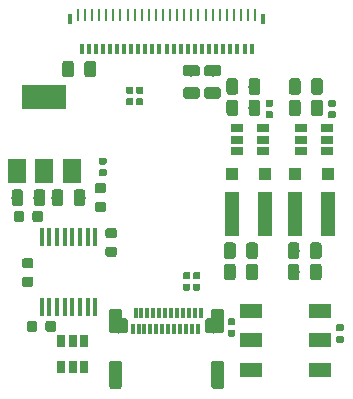
<source format=gtp>
G04 #@! TF.GenerationSoftware,KiCad,Pcbnew,5.1.4+dfsg1-1*
G04 #@! TF.CreationDate,2019-12-22T00:43:44+01:00*
G04 #@! TF.ProjectId,USB-C-Screen-Adapter-LDR6023SS,5553422d-432d-4536-9372-65656e2d4164,rev?*
G04 #@! TF.SameCoordinates,Original*
G04 #@! TF.FileFunction,Paste,Top*
G04 #@! TF.FilePolarity,Positive*
%FSLAX46Y46*%
G04 Gerber Fmt 4.6, Leading zero omitted, Abs format (unit mm)*
G04 Created by KiCad (PCBNEW 5.1.4+dfsg1-1) date 2019-12-22 00:43:44*
%MOMM*%
%LPD*%
G04 APERTURE LIST*
%ADD10R,0.450000X0.900000*%
%ADD11R,0.260000X1.000000*%
%ADD12R,0.300000X0.950000*%
%ADD13R,1.950000X1.200000*%
%ADD14C,0.100000*%
%ADD15C,0.590000*%
%ADD16R,1.500000X2.000000*%
%ADD17R,3.800000X2.000000*%
%ADD18R,1.060000X0.650000*%
%ADD19R,0.650000X1.060000*%
%ADD20R,0.450000X1.500000*%
%ADD21C,0.975000*%
%ADD22C,0.875000*%
%ADD23R,1.200000X3.700000*%
%ADD24C,1.300000*%
%ADD25C,1.100000*%
%ADD26R,1.100000X1.100000*%
G04 APERTURE END LIST*
D10*
X123700000Y-102355000D03*
X107300000Y-102355000D03*
D11*
X123000000Y-102030000D03*
X122400000Y-102030000D03*
X121800000Y-102030000D03*
X121200000Y-102030000D03*
X120600000Y-102030000D03*
X120000000Y-102030000D03*
X119400000Y-102030000D03*
X118800000Y-102030000D03*
X118200000Y-102030000D03*
X117600000Y-102030000D03*
X117000000Y-102030000D03*
X116400000Y-102030000D03*
X115800000Y-102030000D03*
X115200000Y-102030000D03*
X114600000Y-102030000D03*
X114000000Y-102030000D03*
X113400000Y-102030000D03*
X112800000Y-102030000D03*
X112200000Y-102030000D03*
X111600000Y-102030000D03*
X111000000Y-102030000D03*
X110400000Y-102030000D03*
X109800000Y-102030000D03*
X109200000Y-102030000D03*
X108600000Y-102030000D03*
X108000000Y-102030000D03*
D12*
X122700000Y-104905000D03*
X113700000Y-104905000D03*
X114300000Y-104905000D03*
X114900000Y-104905000D03*
X113100000Y-104905000D03*
X112500000Y-104905000D03*
X111900000Y-104905000D03*
X108300000Y-104905000D03*
X108900000Y-104905000D03*
X109500000Y-104905000D03*
X111300000Y-104905000D03*
X110700000Y-104905000D03*
X110100000Y-104905000D03*
X117300000Y-104905000D03*
X117900000Y-104905000D03*
X118500000Y-104905000D03*
X116700000Y-104905000D03*
X116100000Y-104905000D03*
X115500000Y-104905000D03*
X119100000Y-104905000D03*
X119700000Y-104905000D03*
X120300000Y-104905000D03*
X122100000Y-104905000D03*
X121500000Y-104905000D03*
X120900000Y-104905000D03*
D13*
X128475000Y-132100000D03*
X122625000Y-132100000D03*
X128475000Y-127100000D03*
X122625000Y-127100000D03*
X128475000Y-129600000D03*
X122625000Y-129600000D03*
D14*
G36*
X129686958Y-109220710D02*
G01*
X129701276Y-109222834D01*
X129715317Y-109226351D01*
X129728946Y-109231228D01*
X129742031Y-109237417D01*
X129754447Y-109244858D01*
X129766073Y-109253481D01*
X129776798Y-109263202D01*
X129786519Y-109273927D01*
X129795142Y-109285553D01*
X129802583Y-109297969D01*
X129808772Y-109311054D01*
X129813649Y-109324683D01*
X129817166Y-109338724D01*
X129819290Y-109353042D01*
X129820000Y-109367500D01*
X129820000Y-109662500D01*
X129819290Y-109676958D01*
X129817166Y-109691276D01*
X129813649Y-109705317D01*
X129808772Y-109718946D01*
X129802583Y-109732031D01*
X129795142Y-109744447D01*
X129786519Y-109756073D01*
X129776798Y-109766798D01*
X129766073Y-109776519D01*
X129754447Y-109785142D01*
X129742031Y-109792583D01*
X129728946Y-109798772D01*
X129715317Y-109803649D01*
X129701276Y-109807166D01*
X129686958Y-109809290D01*
X129672500Y-109810000D01*
X129327500Y-109810000D01*
X129313042Y-109809290D01*
X129298724Y-109807166D01*
X129284683Y-109803649D01*
X129271054Y-109798772D01*
X129257969Y-109792583D01*
X129245553Y-109785142D01*
X129233927Y-109776519D01*
X129223202Y-109766798D01*
X129213481Y-109756073D01*
X129204858Y-109744447D01*
X129197417Y-109732031D01*
X129191228Y-109718946D01*
X129186351Y-109705317D01*
X129182834Y-109691276D01*
X129180710Y-109676958D01*
X129180000Y-109662500D01*
X129180000Y-109367500D01*
X129180710Y-109353042D01*
X129182834Y-109338724D01*
X129186351Y-109324683D01*
X129191228Y-109311054D01*
X129197417Y-109297969D01*
X129204858Y-109285553D01*
X129213481Y-109273927D01*
X129223202Y-109263202D01*
X129233927Y-109253481D01*
X129245553Y-109244858D01*
X129257969Y-109237417D01*
X129271054Y-109231228D01*
X129284683Y-109226351D01*
X129298724Y-109222834D01*
X129313042Y-109220710D01*
X129327500Y-109220000D01*
X129672500Y-109220000D01*
X129686958Y-109220710D01*
X129686958Y-109220710D01*
G37*
D15*
X129500000Y-109515000D03*
D14*
G36*
X129686958Y-110190710D02*
G01*
X129701276Y-110192834D01*
X129715317Y-110196351D01*
X129728946Y-110201228D01*
X129742031Y-110207417D01*
X129754447Y-110214858D01*
X129766073Y-110223481D01*
X129776798Y-110233202D01*
X129786519Y-110243927D01*
X129795142Y-110255553D01*
X129802583Y-110267969D01*
X129808772Y-110281054D01*
X129813649Y-110294683D01*
X129817166Y-110308724D01*
X129819290Y-110323042D01*
X129820000Y-110337500D01*
X129820000Y-110632500D01*
X129819290Y-110646958D01*
X129817166Y-110661276D01*
X129813649Y-110675317D01*
X129808772Y-110688946D01*
X129802583Y-110702031D01*
X129795142Y-110714447D01*
X129786519Y-110726073D01*
X129776798Y-110736798D01*
X129766073Y-110746519D01*
X129754447Y-110755142D01*
X129742031Y-110762583D01*
X129728946Y-110768772D01*
X129715317Y-110773649D01*
X129701276Y-110777166D01*
X129686958Y-110779290D01*
X129672500Y-110780000D01*
X129327500Y-110780000D01*
X129313042Y-110779290D01*
X129298724Y-110777166D01*
X129284683Y-110773649D01*
X129271054Y-110768772D01*
X129257969Y-110762583D01*
X129245553Y-110755142D01*
X129233927Y-110746519D01*
X129223202Y-110736798D01*
X129213481Y-110726073D01*
X129204858Y-110714447D01*
X129197417Y-110702031D01*
X129191228Y-110688946D01*
X129186351Y-110675317D01*
X129182834Y-110661276D01*
X129180710Y-110646958D01*
X129180000Y-110632500D01*
X129180000Y-110337500D01*
X129180710Y-110323042D01*
X129182834Y-110308724D01*
X129186351Y-110294683D01*
X129191228Y-110281054D01*
X129197417Y-110267969D01*
X129204858Y-110255553D01*
X129213481Y-110243927D01*
X129223202Y-110233202D01*
X129233927Y-110223481D01*
X129245553Y-110214858D01*
X129257969Y-110207417D01*
X129271054Y-110201228D01*
X129284683Y-110196351D01*
X129298724Y-110192834D01*
X129313042Y-110190710D01*
X129327500Y-110190000D01*
X129672500Y-110190000D01*
X129686958Y-110190710D01*
X129686958Y-110190710D01*
G37*
D15*
X129500000Y-110485000D03*
D14*
G36*
X124386958Y-109220710D02*
G01*
X124401276Y-109222834D01*
X124415317Y-109226351D01*
X124428946Y-109231228D01*
X124442031Y-109237417D01*
X124454447Y-109244858D01*
X124466073Y-109253481D01*
X124476798Y-109263202D01*
X124486519Y-109273927D01*
X124495142Y-109285553D01*
X124502583Y-109297969D01*
X124508772Y-109311054D01*
X124513649Y-109324683D01*
X124517166Y-109338724D01*
X124519290Y-109353042D01*
X124520000Y-109367500D01*
X124520000Y-109662500D01*
X124519290Y-109676958D01*
X124517166Y-109691276D01*
X124513649Y-109705317D01*
X124508772Y-109718946D01*
X124502583Y-109732031D01*
X124495142Y-109744447D01*
X124486519Y-109756073D01*
X124476798Y-109766798D01*
X124466073Y-109776519D01*
X124454447Y-109785142D01*
X124442031Y-109792583D01*
X124428946Y-109798772D01*
X124415317Y-109803649D01*
X124401276Y-109807166D01*
X124386958Y-109809290D01*
X124372500Y-109810000D01*
X124027500Y-109810000D01*
X124013042Y-109809290D01*
X123998724Y-109807166D01*
X123984683Y-109803649D01*
X123971054Y-109798772D01*
X123957969Y-109792583D01*
X123945553Y-109785142D01*
X123933927Y-109776519D01*
X123923202Y-109766798D01*
X123913481Y-109756073D01*
X123904858Y-109744447D01*
X123897417Y-109732031D01*
X123891228Y-109718946D01*
X123886351Y-109705317D01*
X123882834Y-109691276D01*
X123880710Y-109676958D01*
X123880000Y-109662500D01*
X123880000Y-109367500D01*
X123880710Y-109353042D01*
X123882834Y-109338724D01*
X123886351Y-109324683D01*
X123891228Y-109311054D01*
X123897417Y-109297969D01*
X123904858Y-109285553D01*
X123913481Y-109273927D01*
X123923202Y-109263202D01*
X123933927Y-109253481D01*
X123945553Y-109244858D01*
X123957969Y-109237417D01*
X123971054Y-109231228D01*
X123984683Y-109226351D01*
X123998724Y-109222834D01*
X124013042Y-109220710D01*
X124027500Y-109220000D01*
X124372500Y-109220000D01*
X124386958Y-109220710D01*
X124386958Y-109220710D01*
G37*
D15*
X124200000Y-109515000D03*
D14*
G36*
X124386958Y-110190710D02*
G01*
X124401276Y-110192834D01*
X124415317Y-110196351D01*
X124428946Y-110201228D01*
X124442031Y-110207417D01*
X124454447Y-110214858D01*
X124466073Y-110223481D01*
X124476798Y-110233202D01*
X124486519Y-110243927D01*
X124495142Y-110255553D01*
X124502583Y-110267969D01*
X124508772Y-110281054D01*
X124513649Y-110294683D01*
X124517166Y-110308724D01*
X124519290Y-110323042D01*
X124520000Y-110337500D01*
X124520000Y-110632500D01*
X124519290Y-110646958D01*
X124517166Y-110661276D01*
X124513649Y-110675317D01*
X124508772Y-110688946D01*
X124502583Y-110702031D01*
X124495142Y-110714447D01*
X124486519Y-110726073D01*
X124476798Y-110736798D01*
X124466073Y-110746519D01*
X124454447Y-110755142D01*
X124442031Y-110762583D01*
X124428946Y-110768772D01*
X124415317Y-110773649D01*
X124401276Y-110777166D01*
X124386958Y-110779290D01*
X124372500Y-110780000D01*
X124027500Y-110780000D01*
X124013042Y-110779290D01*
X123998724Y-110777166D01*
X123984683Y-110773649D01*
X123971054Y-110768772D01*
X123957969Y-110762583D01*
X123945553Y-110755142D01*
X123933927Y-110746519D01*
X123923202Y-110736798D01*
X123913481Y-110726073D01*
X123904858Y-110714447D01*
X123897417Y-110702031D01*
X123891228Y-110688946D01*
X123886351Y-110675317D01*
X123882834Y-110661276D01*
X123880710Y-110646958D01*
X123880000Y-110632500D01*
X123880000Y-110337500D01*
X123880710Y-110323042D01*
X123882834Y-110308724D01*
X123886351Y-110294683D01*
X123891228Y-110281054D01*
X123897417Y-110267969D01*
X123904858Y-110255553D01*
X123913481Y-110243927D01*
X123923202Y-110233202D01*
X123933927Y-110223481D01*
X123945553Y-110214858D01*
X123957969Y-110207417D01*
X123971054Y-110201228D01*
X123984683Y-110196351D01*
X123998724Y-110192834D01*
X124013042Y-110190710D01*
X124027500Y-110190000D01*
X124372500Y-110190000D01*
X124386958Y-110190710D01*
X124386958Y-110190710D01*
G37*
D15*
X124200000Y-110485000D03*
D14*
G36*
X130366958Y-128230710D02*
G01*
X130381276Y-128232834D01*
X130395317Y-128236351D01*
X130408946Y-128241228D01*
X130422031Y-128247417D01*
X130434447Y-128254858D01*
X130446073Y-128263481D01*
X130456798Y-128273202D01*
X130466519Y-128283927D01*
X130475142Y-128295553D01*
X130482583Y-128307969D01*
X130488772Y-128321054D01*
X130493649Y-128334683D01*
X130497166Y-128348724D01*
X130499290Y-128363042D01*
X130500000Y-128377500D01*
X130500000Y-128672500D01*
X130499290Y-128686958D01*
X130497166Y-128701276D01*
X130493649Y-128715317D01*
X130488772Y-128728946D01*
X130482583Y-128742031D01*
X130475142Y-128754447D01*
X130466519Y-128766073D01*
X130456798Y-128776798D01*
X130446073Y-128786519D01*
X130434447Y-128795142D01*
X130422031Y-128802583D01*
X130408946Y-128808772D01*
X130395317Y-128813649D01*
X130381276Y-128817166D01*
X130366958Y-128819290D01*
X130352500Y-128820000D01*
X130007500Y-128820000D01*
X129993042Y-128819290D01*
X129978724Y-128817166D01*
X129964683Y-128813649D01*
X129951054Y-128808772D01*
X129937969Y-128802583D01*
X129925553Y-128795142D01*
X129913927Y-128786519D01*
X129903202Y-128776798D01*
X129893481Y-128766073D01*
X129884858Y-128754447D01*
X129877417Y-128742031D01*
X129871228Y-128728946D01*
X129866351Y-128715317D01*
X129862834Y-128701276D01*
X129860710Y-128686958D01*
X129860000Y-128672500D01*
X129860000Y-128377500D01*
X129860710Y-128363042D01*
X129862834Y-128348724D01*
X129866351Y-128334683D01*
X129871228Y-128321054D01*
X129877417Y-128307969D01*
X129884858Y-128295553D01*
X129893481Y-128283927D01*
X129903202Y-128273202D01*
X129913927Y-128263481D01*
X129925553Y-128254858D01*
X129937969Y-128247417D01*
X129951054Y-128241228D01*
X129964683Y-128236351D01*
X129978724Y-128232834D01*
X129993042Y-128230710D01*
X130007500Y-128230000D01*
X130352500Y-128230000D01*
X130366958Y-128230710D01*
X130366958Y-128230710D01*
G37*
D15*
X130180000Y-128525000D03*
D14*
G36*
X130366958Y-129200710D02*
G01*
X130381276Y-129202834D01*
X130395317Y-129206351D01*
X130408946Y-129211228D01*
X130422031Y-129217417D01*
X130434447Y-129224858D01*
X130446073Y-129233481D01*
X130456798Y-129243202D01*
X130466519Y-129253927D01*
X130475142Y-129265553D01*
X130482583Y-129277969D01*
X130488772Y-129291054D01*
X130493649Y-129304683D01*
X130497166Y-129318724D01*
X130499290Y-129333042D01*
X130500000Y-129347500D01*
X130500000Y-129642500D01*
X130499290Y-129656958D01*
X130497166Y-129671276D01*
X130493649Y-129685317D01*
X130488772Y-129698946D01*
X130482583Y-129712031D01*
X130475142Y-129724447D01*
X130466519Y-129736073D01*
X130456798Y-129746798D01*
X130446073Y-129756519D01*
X130434447Y-129765142D01*
X130422031Y-129772583D01*
X130408946Y-129778772D01*
X130395317Y-129783649D01*
X130381276Y-129787166D01*
X130366958Y-129789290D01*
X130352500Y-129790000D01*
X130007500Y-129790000D01*
X129993042Y-129789290D01*
X129978724Y-129787166D01*
X129964683Y-129783649D01*
X129951054Y-129778772D01*
X129937969Y-129772583D01*
X129925553Y-129765142D01*
X129913927Y-129756519D01*
X129903202Y-129746798D01*
X129893481Y-129736073D01*
X129884858Y-129724447D01*
X129877417Y-129712031D01*
X129871228Y-129698946D01*
X129866351Y-129685317D01*
X129862834Y-129671276D01*
X129860710Y-129656958D01*
X129860000Y-129642500D01*
X129860000Y-129347500D01*
X129860710Y-129333042D01*
X129862834Y-129318724D01*
X129866351Y-129304683D01*
X129871228Y-129291054D01*
X129877417Y-129277969D01*
X129884858Y-129265553D01*
X129893481Y-129253927D01*
X129903202Y-129243202D01*
X129913927Y-129233481D01*
X129925553Y-129224858D01*
X129937969Y-129217417D01*
X129951054Y-129211228D01*
X129964683Y-129206351D01*
X129978724Y-129202834D01*
X129993042Y-129200710D01*
X130007500Y-129200000D01*
X130352500Y-129200000D01*
X130366958Y-129200710D01*
X130366958Y-129200710D01*
G37*
D15*
X130180000Y-129495000D03*
D14*
G36*
X121186958Y-128690710D02*
G01*
X121201276Y-128692834D01*
X121215317Y-128696351D01*
X121228946Y-128701228D01*
X121242031Y-128707417D01*
X121254447Y-128714858D01*
X121266073Y-128723481D01*
X121276798Y-128733202D01*
X121286519Y-128743927D01*
X121295142Y-128755553D01*
X121302583Y-128767969D01*
X121308772Y-128781054D01*
X121313649Y-128794683D01*
X121317166Y-128808724D01*
X121319290Y-128823042D01*
X121320000Y-128837500D01*
X121320000Y-129132500D01*
X121319290Y-129146958D01*
X121317166Y-129161276D01*
X121313649Y-129175317D01*
X121308772Y-129188946D01*
X121302583Y-129202031D01*
X121295142Y-129214447D01*
X121286519Y-129226073D01*
X121276798Y-129236798D01*
X121266073Y-129246519D01*
X121254447Y-129255142D01*
X121242031Y-129262583D01*
X121228946Y-129268772D01*
X121215317Y-129273649D01*
X121201276Y-129277166D01*
X121186958Y-129279290D01*
X121172500Y-129280000D01*
X120827500Y-129280000D01*
X120813042Y-129279290D01*
X120798724Y-129277166D01*
X120784683Y-129273649D01*
X120771054Y-129268772D01*
X120757969Y-129262583D01*
X120745553Y-129255142D01*
X120733927Y-129246519D01*
X120723202Y-129236798D01*
X120713481Y-129226073D01*
X120704858Y-129214447D01*
X120697417Y-129202031D01*
X120691228Y-129188946D01*
X120686351Y-129175317D01*
X120682834Y-129161276D01*
X120680710Y-129146958D01*
X120680000Y-129132500D01*
X120680000Y-128837500D01*
X120680710Y-128823042D01*
X120682834Y-128808724D01*
X120686351Y-128794683D01*
X120691228Y-128781054D01*
X120697417Y-128767969D01*
X120704858Y-128755553D01*
X120713481Y-128743927D01*
X120723202Y-128733202D01*
X120733927Y-128723481D01*
X120745553Y-128714858D01*
X120757969Y-128707417D01*
X120771054Y-128701228D01*
X120784683Y-128696351D01*
X120798724Y-128692834D01*
X120813042Y-128690710D01*
X120827500Y-128690000D01*
X121172500Y-128690000D01*
X121186958Y-128690710D01*
X121186958Y-128690710D01*
G37*
D15*
X121000000Y-128985000D03*
D14*
G36*
X121186958Y-127720710D02*
G01*
X121201276Y-127722834D01*
X121215317Y-127726351D01*
X121228946Y-127731228D01*
X121242031Y-127737417D01*
X121254447Y-127744858D01*
X121266073Y-127753481D01*
X121276798Y-127763202D01*
X121286519Y-127773927D01*
X121295142Y-127785553D01*
X121302583Y-127797969D01*
X121308772Y-127811054D01*
X121313649Y-127824683D01*
X121317166Y-127838724D01*
X121319290Y-127853042D01*
X121320000Y-127867500D01*
X121320000Y-128162500D01*
X121319290Y-128176958D01*
X121317166Y-128191276D01*
X121313649Y-128205317D01*
X121308772Y-128218946D01*
X121302583Y-128232031D01*
X121295142Y-128244447D01*
X121286519Y-128256073D01*
X121276798Y-128266798D01*
X121266073Y-128276519D01*
X121254447Y-128285142D01*
X121242031Y-128292583D01*
X121228946Y-128298772D01*
X121215317Y-128303649D01*
X121201276Y-128307166D01*
X121186958Y-128309290D01*
X121172500Y-128310000D01*
X120827500Y-128310000D01*
X120813042Y-128309290D01*
X120798724Y-128307166D01*
X120784683Y-128303649D01*
X120771054Y-128298772D01*
X120757969Y-128292583D01*
X120745553Y-128285142D01*
X120733927Y-128276519D01*
X120723202Y-128266798D01*
X120713481Y-128256073D01*
X120704858Y-128244447D01*
X120697417Y-128232031D01*
X120691228Y-128218946D01*
X120686351Y-128205317D01*
X120682834Y-128191276D01*
X120680710Y-128176958D01*
X120680000Y-128162500D01*
X120680000Y-127867500D01*
X120680710Y-127853042D01*
X120682834Y-127838724D01*
X120686351Y-127824683D01*
X120691228Y-127811054D01*
X120697417Y-127797969D01*
X120704858Y-127785553D01*
X120713481Y-127773927D01*
X120723202Y-127763202D01*
X120733927Y-127753481D01*
X120745553Y-127744858D01*
X120757969Y-127737417D01*
X120771054Y-127731228D01*
X120784683Y-127726351D01*
X120798724Y-127722834D01*
X120813042Y-127720710D01*
X120827500Y-127720000D01*
X121172500Y-127720000D01*
X121186958Y-127720710D01*
X121186958Y-127720710D01*
G37*
D15*
X121000000Y-128015000D03*
D16*
X102860000Y-115260000D03*
X107460000Y-115260000D03*
X105160000Y-115260000D03*
D17*
X105160000Y-108960000D03*
D18*
X126900000Y-112600000D03*
X126900000Y-113550000D03*
X126900000Y-111650000D03*
X129100000Y-111650000D03*
X129100000Y-112600000D03*
X129100000Y-113550000D03*
X121500000Y-112600000D03*
X121500000Y-113550000D03*
X121500000Y-111650000D03*
X123700000Y-111650000D03*
X123700000Y-112600000D03*
X123700000Y-113550000D03*
D19*
X107540000Y-129650000D03*
X106590000Y-129650000D03*
X108490000Y-129650000D03*
X108490000Y-131850000D03*
X107540000Y-131850000D03*
X106590000Y-131850000D03*
D20*
X104925000Y-120850000D03*
X105575000Y-120850000D03*
X106225000Y-120850000D03*
X106875000Y-120850000D03*
X107525000Y-120850000D03*
X108175000Y-120850000D03*
X108825000Y-120850000D03*
X109475000Y-120850000D03*
X109475000Y-126750000D03*
X108825000Y-126750000D03*
X108175000Y-126750000D03*
X107525000Y-126750000D03*
X106875000Y-126750000D03*
X106225000Y-126750000D03*
X105575000Y-126750000D03*
X104925000Y-126750000D03*
D14*
G36*
X119880142Y-108151174D02*
G01*
X119903803Y-108154684D01*
X119927007Y-108160496D01*
X119949529Y-108168554D01*
X119971153Y-108178782D01*
X119991670Y-108191079D01*
X120010883Y-108205329D01*
X120028607Y-108221393D01*
X120044671Y-108239117D01*
X120058921Y-108258330D01*
X120071218Y-108278847D01*
X120081446Y-108300471D01*
X120089504Y-108322993D01*
X120095316Y-108346197D01*
X120098826Y-108369858D01*
X120100000Y-108393750D01*
X120100000Y-108881250D01*
X120098826Y-108905142D01*
X120095316Y-108928803D01*
X120089504Y-108952007D01*
X120081446Y-108974529D01*
X120071218Y-108996153D01*
X120058921Y-109016670D01*
X120044671Y-109035883D01*
X120028607Y-109053607D01*
X120010883Y-109069671D01*
X119991670Y-109083921D01*
X119971153Y-109096218D01*
X119949529Y-109106446D01*
X119927007Y-109114504D01*
X119903803Y-109120316D01*
X119880142Y-109123826D01*
X119856250Y-109125000D01*
X118943750Y-109125000D01*
X118919858Y-109123826D01*
X118896197Y-109120316D01*
X118872993Y-109114504D01*
X118850471Y-109106446D01*
X118828847Y-109096218D01*
X118808330Y-109083921D01*
X118789117Y-109069671D01*
X118771393Y-109053607D01*
X118755329Y-109035883D01*
X118741079Y-109016670D01*
X118728782Y-108996153D01*
X118718554Y-108974529D01*
X118710496Y-108952007D01*
X118704684Y-108928803D01*
X118701174Y-108905142D01*
X118700000Y-108881250D01*
X118700000Y-108393750D01*
X118701174Y-108369858D01*
X118704684Y-108346197D01*
X118710496Y-108322993D01*
X118718554Y-108300471D01*
X118728782Y-108278847D01*
X118741079Y-108258330D01*
X118755329Y-108239117D01*
X118771393Y-108221393D01*
X118789117Y-108205329D01*
X118808330Y-108191079D01*
X118828847Y-108178782D01*
X118850471Y-108168554D01*
X118872993Y-108160496D01*
X118896197Y-108154684D01*
X118919858Y-108151174D01*
X118943750Y-108150000D01*
X119856250Y-108150000D01*
X119880142Y-108151174D01*
X119880142Y-108151174D01*
G37*
D21*
X119400000Y-108637500D03*
D14*
G36*
X119880142Y-106276174D02*
G01*
X119903803Y-106279684D01*
X119927007Y-106285496D01*
X119949529Y-106293554D01*
X119971153Y-106303782D01*
X119991670Y-106316079D01*
X120010883Y-106330329D01*
X120028607Y-106346393D01*
X120044671Y-106364117D01*
X120058921Y-106383330D01*
X120071218Y-106403847D01*
X120081446Y-106425471D01*
X120089504Y-106447993D01*
X120095316Y-106471197D01*
X120098826Y-106494858D01*
X120100000Y-106518750D01*
X120100000Y-107006250D01*
X120098826Y-107030142D01*
X120095316Y-107053803D01*
X120089504Y-107077007D01*
X120081446Y-107099529D01*
X120071218Y-107121153D01*
X120058921Y-107141670D01*
X120044671Y-107160883D01*
X120028607Y-107178607D01*
X120010883Y-107194671D01*
X119991670Y-107208921D01*
X119971153Y-107221218D01*
X119949529Y-107231446D01*
X119927007Y-107239504D01*
X119903803Y-107245316D01*
X119880142Y-107248826D01*
X119856250Y-107250000D01*
X118943750Y-107250000D01*
X118919858Y-107248826D01*
X118896197Y-107245316D01*
X118872993Y-107239504D01*
X118850471Y-107231446D01*
X118828847Y-107221218D01*
X118808330Y-107208921D01*
X118789117Y-107194671D01*
X118771393Y-107178607D01*
X118755329Y-107160883D01*
X118741079Y-107141670D01*
X118728782Y-107121153D01*
X118718554Y-107099529D01*
X118710496Y-107077007D01*
X118704684Y-107053803D01*
X118701174Y-107030142D01*
X118700000Y-107006250D01*
X118700000Y-106518750D01*
X118701174Y-106494858D01*
X118704684Y-106471197D01*
X118710496Y-106447993D01*
X118718554Y-106425471D01*
X118728782Y-106403847D01*
X118741079Y-106383330D01*
X118755329Y-106364117D01*
X118771393Y-106346393D01*
X118789117Y-106330329D01*
X118808330Y-106316079D01*
X118828847Y-106303782D01*
X118850471Y-106293554D01*
X118872993Y-106285496D01*
X118896197Y-106279684D01*
X118919858Y-106276174D01*
X118943750Y-106275000D01*
X119856250Y-106275000D01*
X119880142Y-106276174D01*
X119880142Y-106276174D01*
G37*
D21*
X119400000Y-106762500D03*
D14*
G36*
X118080142Y-108151174D02*
G01*
X118103803Y-108154684D01*
X118127007Y-108160496D01*
X118149529Y-108168554D01*
X118171153Y-108178782D01*
X118191670Y-108191079D01*
X118210883Y-108205329D01*
X118228607Y-108221393D01*
X118244671Y-108239117D01*
X118258921Y-108258330D01*
X118271218Y-108278847D01*
X118281446Y-108300471D01*
X118289504Y-108322993D01*
X118295316Y-108346197D01*
X118298826Y-108369858D01*
X118300000Y-108393750D01*
X118300000Y-108881250D01*
X118298826Y-108905142D01*
X118295316Y-108928803D01*
X118289504Y-108952007D01*
X118281446Y-108974529D01*
X118271218Y-108996153D01*
X118258921Y-109016670D01*
X118244671Y-109035883D01*
X118228607Y-109053607D01*
X118210883Y-109069671D01*
X118191670Y-109083921D01*
X118171153Y-109096218D01*
X118149529Y-109106446D01*
X118127007Y-109114504D01*
X118103803Y-109120316D01*
X118080142Y-109123826D01*
X118056250Y-109125000D01*
X117143750Y-109125000D01*
X117119858Y-109123826D01*
X117096197Y-109120316D01*
X117072993Y-109114504D01*
X117050471Y-109106446D01*
X117028847Y-109096218D01*
X117008330Y-109083921D01*
X116989117Y-109069671D01*
X116971393Y-109053607D01*
X116955329Y-109035883D01*
X116941079Y-109016670D01*
X116928782Y-108996153D01*
X116918554Y-108974529D01*
X116910496Y-108952007D01*
X116904684Y-108928803D01*
X116901174Y-108905142D01*
X116900000Y-108881250D01*
X116900000Y-108393750D01*
X116901174Y-108369858D01*
X116904684Y-108346197D01*
X116910496Y-108322993D01*
X116918554Y-108300471D01*
X116928782Y-108278847D01*
X116941079Y-108258330D01*
X116955329Y-108239117D01*
X116971393Y-108221393D01*
X116989117Y-108205329D01*
X117008330Y-108191079D01*
X117028847Y-108178782D01*
X117050471Y-108168554D01*
X117072993Y-108160496D01*
X117096197Y-108154684D01*
X117119858Y-108151174D01*
X117143750Y-108150000D01*
X118056250Y-108150000D01*
X118080142Y-108151174D01*
X118080142Y-108151174D01*
G37*
D21*
X117600000Y-108637500D03*
D14*
G36*
X118080142Y-106276174D02*
G01*
X118103803Y-106279684D01*
X118127007Y-106285496D01*
X118149529Y-106293554D01*
X118171153Y-106303782D01*
X118191670Y-106316079D01*
X118210883Y-106330329D01*
X118228607Y-106346393D01*
X118244671Y-106364117D01*
X118258921Y-106383330D01*
X118271218Y-106403847D01*
X118281446Y-106425471D01*
X118289504Y-106447993D01*
X118295316Y-106471197D01*
X118298826Y-106494858D01*
X118300000Y-106518750D01*
X118300000Y-107006250D01*
X118298826Y-107030142D01*
X118295316Y-107053803D01*
X118289504Y-107077007D01*
X118281446Y-107099529D01*
X118271218Y-107121153D01*
X118258921Y-107141670D01*
X118244671Y-107160883D01*
X118228607Y-107178607D01*
X118210883Y-107194671D01*
X118191670Y-107208921D01*
X118171153Y-107221218D01*
X118149529Y-107231446D01*
X118127007Y-107239504D01*
X118103803Y-107245316D01*
X118080142Y-107248826D01*
X118056250Y-107250000D01*
X117143750Y-107250000D01*
X117119858Y-107248826D01*
X117096197Y-107245316D01*
X117072993Y-107239504D01*
X117050471Y-107231446D01*
X117028847Y-107221218D01*
X117008330Y-107208921D01*
X116989117Y-107194671D01*
X116971393Y-107178607D01*
X116955329Y-107160883D01*
X116941079Y-107141670D01*
X116928782Y-107121153D01*
X116918554Y-107099529D01*
X116910496Y-107077007D01*
X116904684Y-107053803D01*
X116901174Y-107030142D01*
X116900000Y-107006250D01*
X116900000Y-106518750D01*
X116901174Y-106494858D01*
X116904684Y-106471197D01*
X116910496Y-106447993D01*
X116918554Y-106425471D01*
X116928782Y-106403847D01*
X116941079Y-106383330D01*
X116955329Y-106364117D01*
X116971393Y-106346393D01*
X116989117Y-106330329D01*
X117008330Y-106316079D01*
X117028847Y-106303782D01*
X117050471Y-106293554D01*
X117072993Y-106285496D01*
X117096197Y-106279684D01*
X117119858Y-106276174D01*
X117143750Y-106275000D01*
X118056250Y-106275000D01*
X118080142Y-106276174D01*
X118080142Y-106276174D01*
G37*
D21*
X117600000Y-106762500D03*
D14*
G36*
X104352691Y-127926053D02*
G01*
X104373926Y-127929203D01*
X104394750Y-127934419D01*
X104414962Y-127941651D01*
X104434368Y-127950830D01*
X104452781Y-127961866D01*
X104470024Y-127974654D01*
X104485930Y-127989070D01*
X104500346Y-128004976D01*
X104513134Y-128022219D01*
X104524170Y-128040632D01*
X104533349Y-128060038D01*
X104540581Y-128080250D01*
X104545797Y-128101074D01*
X104548947Y-128122309D01*
X104550000Y-128143750D01*
X104550000Y-128656250D01*
X104548947Y-128677691D01*
X104545797Y-128698926D01*
X104540581Y-128719750D01*
X104533349Y-128739962D01*
X104524170Y-128759368D01*
X104513134Y-128777781D01*
X104500346Y-128795024D01*
X104485930Y-128810930D01*
X104470024Y-128825346D01*
X104452781Y-128838134D01*
X104434368Y-128849170D01*
X104414962Y-128858349D01*
X104394750Y-128865581D01*
X104373926Y-128870797D01*
X104352691Y-128873947D01*
X104331250Y-128875000D01*
X103893750Y-128875000D01*
X103872309Y-128873947D01*
X103851074Y-128870797D01*
X103830250Y-128865581D01*
X103810038Y-128858349D01*
X103790632Y-128849170D01*
X103772219Y-128838134D01*
X103754976Y-128825346D01*
X103739070Y-128810930D01*
X103724654Y-128795024D01*
X103711866Y-128777781D01*
X103700830Y-128759368D01*
X103691651Y-128739962D01*
X103684419Y-128719750D01*
X103679203Y-128698926D01*
X103676053Y-128677691D01*
X103675000Y-128656250D01*
X103675000Y-128143750D01*
X103676053Y-128122309D01*
X103679203Y-128101074D01*
X103684419Y-128080250D01*
X103691651Y-128060038D01*
X103700830Y-128040632D01*
X103711866Y-128022219D01*
X103724654Y-128004976D01*
X103739070Y-127989070D01*
X103754976Y-127974654D01*
X103772219Y-127961866D01*
X103790632Y-127950830D01*
X103810038Y-127941651D01*
X103830250Y-127934419D01*
X103851074Y-127929203D01*
X103872309Y-127926053D01*
X103893750Y-127925000D01*
X104331250Y-127925000D01*
X104352691Y-127926053D01*
X104352691Y-127926053D01*
G37*
D22*
X104112500Y-128400000D03*
D14*
G36*
X105927691Y-127926053D02*
G01*
X105948926Y-127929203D01*
X105969750Y-127934419D01*
X105989962Y-127941651D01*
X106009368Y-127950830D01*
X106027781Y-127961866D01*
X106045024Y-127974654D01*
X106060930Y-127989070D01*
X106075346Y-128004976D01*
X106088134Y-128022219D01*
X106099170Y-128040632D01*
X106108349Y-128060038D01*
X106115581Y-128080250D01*
X106120797Y-128101074D01*
X106123947Y-128122309D01*
X106125000Y-128143750D01*
X106125000Y-128656250D01*
X106123947Y-128677691D01*
X106120797Y-128698926D01*
X106115581Y-128719750D01*
X106108349Y-128739962D01*
X106099170Y-128759368D01*
X106088134Y-128777781D01*
X106075346Y-128795024D01*
X106060930Y-128810930D01*
X106045024Y-128825346D01*
X106027781Y-128838134D01*
X106009368Y-128849170D01*
X105989962Y-128858349D01*
X105969750Y-128865581D01*
X105948926Y-128870797D01*
X105927691Y-128873947D01*
X105906250Y-128875000D01*
X105468750Y-128875000D01*
X105447309Y-128873947D01*
X105426074Y-128870797D01*
X105405250Y-128865581D01*
X105385038Y-128858349D01*
X105365632Y-128849170D01*
X105347219Y-128838134D01*
X105329976Y-128825346D01*
X105314070Y-128810930D01*
X105299654Y-128795024D01*
X105286866Y-128777781D01*
X105275830Y-128759368D01*
X105266651Y-128739962D01*
X105259419Y-128719750D01*
X105254203Y-128698926D01*
X105251053Y-128677691D01*
X105250000Y-128656250D01*
X105250000Y-128143750D01*
X105251053Y-128122309D01*
X105254203Y-128101074D01*
X105259419Y-128080250D01*
X105266651Y-128060038D01*
X105275830Y-128040632D01*
X105286866Y-128022219D01*
X105299654Y-128004976D01*
X105314070Y-127989070D01*
X105329976Y-127974654D01*
X105347219Y-127961866D01*
X105365632Y-127950830D01*
X105385038Y-127941651D01*
X105405250Y-127934419D01*
X105426074Y-127929203D01*
X105447309Y-127926053D01*
X105468750Y-127925000D01*
X105906250Y-127925000D01*
X105927691Y-127926053D01*
X105927691Y-127926053D01*
G37*
D22*
X105687500Y-128400000D03*
D14*
G36*
X104827691Y-118626053D02*
G01*
X104848926Y-118629203D01*
X104869750Y-118634419D01*
X104889962Y-118641651D01*
X104909368Y-118650830D01*
X104927781Y-118661866D01*
X104945024Y-118674654D01*
X104960930Y-118689070D01*
X104975346Y-118704976D01*
X104988134Y-118722219D01*
X104999170Y-118740632D01*
X105008349Y-118760038D01*
X105015581Y-118780250D01*
X105020797Y-118801074D01*
X105023947Y-118822309D01*
X105025000Y-118843750D01*
X105025000Y-119356250D01*
X105023947Y-119377691D01*
X105020797Y-119398926D01*
X105015581Y-119419750D01*
X105008349Y-119439962D01*
X104999170Y-119459368D01*
X104988134Y-119477781D01*
X104975346Y-119495024D01*
X104960930Y-119510930D01*
X104945024Y-119525346D01*
X104927781Y-119538134D01*
X104909368Y-119549170D01*
X104889962Y-119558349D01*
X104869750Y-119565581D01*
X104848926Y-119570797D01*
X104827691Y-119573947D01*
X104806250Y-119575000D01*
X104368750Y-119575000D01*
X104347309Y-119573947D01*
X104326074Y-119570797D01*
X104305250Y-119565581D01*
X104285038Y-119558349D01*
X104265632Y-119549170D01*
X104247219Y-119538134D01*
X104229976Y-119525346D01*
X104214070Y-119510930D01*
X104199654Y-119495024D01*
X104186866Y-119477781D01*
X104175830Y-119459368D01*
X104166651Y-119439962D01*
X104159419Y-119419750D01*
X104154203Y-119398926D01*
X104151053Y-119377691D01*
X104150000Y-119356250D01*
X104150000Y-118843750D01*
X104151053Y-118822309D01*
X104154203Y-118801074D01*
X104159419Y-118780250D01*
X104166651Y-118760038D01*
X104175830Y-118740632D01*
X104186866Y-118722219D01*
X104199654Y-118704976D01*
X104214070Y-118689070D01*
X104229976Y-118674654D01*
X104247219Y-118661866D01*
X104265632Y-118650830D01*
X104285038Y-118641651D01*
X104305250Y-118634419D01*
X104326074Y-118629203D01*
X104347309Y-118626053D01*
X104368750Y-118625000D01*
X104806250Y-118625000D01*
X104827691Y-118626053D01*
X104827691Y-118626053D01*
G37*
D22*
X104587500Y-119100000D03*
D14*
G36*
X103252691Y-118626053D02*
G01*
X103273926Y-118629203D01*
X103294750Y-118634419D01*
X103314962Y-118641651D01*
X103334368Y-118650830D01*
X103352781Y-118661866D01*
X103370024Y-118674654D01*
X103385930Y-118689070D01*
X103400346Y-118704976D01*
X103413134Y-118722219D01*
X103424170Y-118740632D01*
X103433349Y-118760038D01*
X103440581Y-118780250D01*
X103445797Y-118801074D01*
X103448947Y-118822309D01*
X103450000Y-118843750D01*
X103450000Y-119356250D01*
X103448947Y-119377691D01*
X103445797Y-119398926D01*
X103440581Y-119419750D01*
X103433349Y-119439962D01*
X103424170Y-119459368D01*
X103413134Y-119477781D01*
X103400346Y-119495024D01*
X103385930Y-119510930D01*
X103370024Y-119525346D01*
X103352781Y-119538134D01*
X103334368Y-119549170D01*
X103314962Y-119558349D01*
X103294750Y-119565581D01*
X103273926Y-119570797D01*
X103252691Y-119573947D01*
X103231250Y-119575000D01*
X102793750Y-119575000D01*
X102772309Y-119573947D01*
X102751074Y-119570797D01*
X102730250Y-119565581D01*
X102710038Y-119558349D01*
X102690632Y-119549170D01*
X102672219Y-119538134D01*
X102654976Y-119525346D01*
X102639070Y-119510930D01*
X102624654Y-119495024D01*
X102611866Y-119477781D01*
X102600830Y-119459368D01*
X102591651Y-119439962D01*
X102584419Y-119419750D01*
X102579203Y-119398926D01*
X102576053Y-119377691D01*
X102575000Y-119356250D01*
X102575000Y-118843750D01*
X102576053Y-118822309D01*
X102579203Y-118801074D01*
X102584419Y-118780250D01*
X102591651Y-118760038D01*
X102600830Y-118740632D01*
X102611866Y-118722219D01*
X102624654Y-118704976D01*
X102639070Y-118689070D01*
X102654976Y-118674654D01*
X102672219Y-118661866D01*
X102690632Y-118650830D01*
X102710038Y-118641651D01*
X102730250Y-118634419D01*
X102751074Y-118629203D01*
X102772309Y-118626053D01*
X102793750Y-118625000D01*
X103231250Y-118625000D01*
X103252691Y-118626053D01*
X103252691Y-118626053D01*
G37*
D22*
X103012500Y-119100000D03*
D14*
G36*
X110286958Y-114120710D02*
G01*
X110301276Y-114122834D01*
X110315317Y-114126351D01*
X110328946Y-114131228D01*
X110342031Y-114137417D01*
X110354447Y-114144858D01*
X110366073Y-114153481D01*
X110376798Y-114163202D01*
X110386519Y-114173927D01*
X110395142Y-114185553D01*
X110402583Y-114197969D01*
X110408772Y-114211054D01*
X110413649Y-114224683D01*
X110417166Y-114238724D01*
X110419290Y-114253042D01*
X110420000Y-114267500D01*
X110420000Y-114562500D01*
X110419290Y-114576958D01*
X110417166Y-114591276D01*
X110413649Y-114605317D01*
X110408772Y-114618946D01*
X110402583Y-114632031D01*
X110395142Y-114644447D01*
X110386519Y-114656073D01*
X110376798Y-114666798D01*
X110366073Y-114676519D01*
X110354447Y-114685142D01*
X110342031Y-114692583D01*
X110328946Y-114698772D01*
X110315317Y-114703649D01*
X110301276Y-114707166D01*
X110286958Y-114709290D01*
X110272500Y-114710000D01*
X109927500Y-114710000D01*
X109913042Y-114709290D01*
X109898724Y-114707166D01*
X109884683Y-114703649D01*
X109871054Y-114698772D01*
X109857969Y-114692583D01*
X109845553Y-114685142D01*
X109833927Y-114676519D01*
X109823202Y-114666798D01*
X109813481Y-114656073D01*
X109804858Y-114644447D01*
X109797417Y-114632031D01*
X109791228Y-114618946D01*
X109786351Y-114605317D01*
X109782834Y-114591276D01*
X109780710Y-114576958D01*
X109780000Y-114562500D01*
X109780000Y-114267500D01*
X109780710Y-114253042D01*
X109782834Y-114238724D01*
X109786351Y-114224683D01*
X109791228Y-114211054D01*
X109797417Y-114197969D01*
X109804858Y-114185553D01*
X109813481Y-114173927D01*
X109823202Y-114163202D01*
X109833927Y-114153481D01*
X109845553Y-114144858D01*
X109857969Y-114137417D01*
X109871054Y-114131228D01*
X109884683Y-114126351D01*
X109898724Y-114122834D01*
X109913042Y-114120710D01*
X109927500Y-114120000D01*
X110272500Y-114120000D01*
X110286958Y-114120710D01*
X110286958Y-114120710D01*
G37*
D15*
X110100000Y-114415000D03*
D14*
G36*
X110286958Y-115090710D02*
G01*
X110301276Y-115092834D01*
X110315317Y-115096351D01*
X110328946Y-115101228D01*
X110342031Y-115107417D01*
X110354447Y-115114858D01*
X110366073Y-115123481D01*
X110376798Y-115133202D01*
X110386519Y-115143927D01*
X110395142Y-115155553D01*
X110402583Y-115167969D01*
X110408772Y-115181054D01*
X110413649Y-115194683D01*
X110417166Y-115208724D01*
X110419290Y-115223042D01*
X110420000Y-115237500D01*
X110420000Y-115532500D01*
X110419290Y-115546958D01*
X110417166Y-115561276D01*
X110413649Y-115575317D01*
X110408772Y-115588946D01*
X110402583Y-115602031D01*
X110395142Y-115614447D01*
X110386519Y-115626073D01*
X110376798Y-115636798D01*
X110366073Y-115646519D01*
X110354447Y-115655142D01*
X110342031Y-115662583D01*
X110328946Y-115668772D01*
X110315317Y-115673649D01*
X110301276Y-115677166D01*
X110286958Y-115679290D01*
X110272500Y-115680000D01*
X109927500Y-115680000D01*
X109913042Y-115679290D01*
X109898724Y-115677166D01*
X109884683Y-115673649D01*
X109871054Y-115668772D01*
X109857969Y-115662583D01*
X109845553Y-115655142D01*
X109833927Y-115646519D01*
X109823202Y-115636798D01*
X109813481Y-115626073D01*
X109804858Y-115614447D01*
X109797417Y-115602031D01*
X109791228Y-115588946D01*
X109786351Y-115575317D01*
X109782834Y-115561276D01*
X109780710Y-115546958D01*
X109780000Y-115532500D01*
X109780000Y-115237500D01*
X109780710Y-115223042D01*
X109782834Y-115208724D01*
X109786351Y-115194683D01*
X109791228Y-115181054D01*
X109797417Y-115167969D01*
X109804858Y-115155553D01*
X109813481Y-115143927D01*
X109823202Y-115133202D01*
X109833927Y-115123481D01*
X109845553Y-115114858D01*
X109857969Y-115107417D01*
X109871054Y-115101228D01*
X109884683Y-115096351D01*
X109898724Y-115092834D01*
X109913042Y-115090710D01*
X109927500Y-115090000D01*
X110272500Y-115090000D01*
X110286958Y-115090710D01*
X110286958Y-115090710D01*
G37*
D15*
X110100000Y-115385000D03*
D23*
X129200000Y-118900000D03*
X126400000Y-118900000D03*
X123800000Y-118900000D03*
X121000000Y-118900000D03*
D12*
X118375000Y-127300000D03*
X116875000Y-127300000D03*
X115375000Y-127300000D03*
X114875000Y-127300000D03*
X113375000Y-127300000D03*
X115875000Y-127300000D03*
X112875000Y-127300000D03*
X116375000Y-127300000D03*
X117875000Y-127300000D03*
X117375000Y-127300000D03*
X113875000Y-127300000D03*
X114375000Y-127300000D03*
X112625000Y-128625000D03*
X113125000Y-128625000D03*
X113625000Y-128625000D03*
X114125000Y-128625000D03*
X114625000Y-128625000D03*
X115125000Y-128625000D03*
X115625000Y-128625000D03*
X116125000Y-128625000D03*
X116625000Y-128625000D03*
X117125000Y-128625000D03*
X117625000Y-128625000D03*
X118125000Y-128625000D03*
D14*
G36*
X120056856Y-127701565D02*
G01*
X120088404Y-127706245D01*
X120119343Y-127713994D01*
X120149372Y-127724739D01*
X120178204Y-127738376D01*
X120205560Y-127754772D01*
X120231178Y-127773772D01*
X120254810Y-127795190D01*
X120276228Y-127818822D01*
X120295228Y-127844440D01*
X120311624Y-127871796D01*
X120325261Y-127900628D01*
X120336006Y-127930657D01*
X120343755Y-127961596D01*
X120348435Y-127993144D01*
X120350000Y-128025000D01*
X120350000Y-128675000D01*
X120348435Y-128706856D01*
X120343755Y-128738404D01*
X120336006Y-128769343D01*
X120325261Y-128799372D01*
X120311624Y-128828204D01*
X120295228Y-128855560D01*
X120276228Y-128881178D01*
X120254810Y-128904810D01*
X120231178Y-128926228D01*
X120205560Y-128945228D01*
X120178204Y-128961624D01*
X120149372Y-128975261D01*
X120119343Y-128986006D01*
X120088404Y-128993755D01*
X120056856Y-128998435D01*
X120025000Y-129000000D01*
X119075000Y-129000000D01*
X119043144Y-128998435D01*
X119011596Y-128993755D01*
X118980657Y-128986006D01*
X118950628Y-128975261D01*
X118921796Y-128961624D01*
X118894440Y-128945228D01*
X118868822Y-128926228D01*
X118845190Y-128904810D01*
X118823772Y-128881178D01*
X118804772Y-128855560D01*
X118788376Y-128828204D01*
X118774739Y-128799372D01*
X118763994Y-128769343D01*
X118756245Y-128738404D01*
X118751565Y-128706856D01*
X118750000Y-128675000D01*
X118750000Y-128025000D01*
X118751565Y-127993144D01*
X118756245Y-127961596D01*
X118763994Y-127930657D01*
X118774739Y-127900628D01*
X118788376Y-127871796D01*
X118804772Y-127844440D01*
X118823772Y-127818822D01*
X118845190Y-127795190D01*
X118868822Y-127773772D01*
X118894440Y-127754772D01*
X118921796Y-127738376D01*
X118950628Y-127724739D01*
X118980657Y-127713994D01*
X119011596Y-127706245D01*
X119043144Y-127701565D01*
X119075000Y-127700000D01*
X120025000Y-127700000D01*
X120056856Y-127701565D01*
X120056856Y-127701565D01*
G37*
D24*
X119550000Y-128350000D03*
D14*
G36*
X111956856Y-127701565D02*
G01*
X111988404Y-127706245D01*
X112019343Y-127713994D01*
X112049372Y-127724739D01*
X112078204Y-127738376D01*
X112105560Y-127754772D01*
X112131178Y-127773772D01*
X112154810Y-127795190D01*
X112176228Y-127818822D01*
X112195228Y-127844440D01*
X112211624Y-127871796D01*
X112225261Y-127900628D01*
X112236006Y-127930657D01*
X112243755Y-127961596D01*
X112248435Y-127993144D01*
X112250000Y-128025000D01*
X112250000Y-128675000D01*
X112248435Y-128706856D01*
X112243755Y-128738404D01*
X112236006Y-128769343D01*
X112225261Y-128799372D01*
X112211624Y-128828204D01*
X112195228Y-128855560D01*
X112176228Y-128881178D01*
X112154810Y-128904810D01*
X112131178Y-128926228D01*
X112105560Y-128945228D01*
X112078204Y-128961624D01*
X112049372Y-128975261D01*
X112019343Y-128986006D01*
X111988404Y-128993755D01*
X111956856Y-128998435D01*
X111925000Y-129000000D01*
X110975000Y-129000000D01*
X110943144Y-128998435D01*
X110911596Y-128993755D01*
X110880657Y-128986006D01*
X110850628Y-128975261D01*
X110821796Y-128961624D01*
X110794440Y-128945228D01*
X110768822Y-128926228D01*
X110745190Y-128904810D01*
X110723772Y-128881178D01*
X110704772Y-128855560D01*
X110688376Y-128828204D01*
X110674739Y-128799372D01*
X110663994Y-128769343D01*
X110656245Y-128738404D01*
X110651565Y-128706856D01*
X110650000Y-128675000D01*
X110650000Y-128025000D01*
X110651565Y-127993144D01*
X110656245Y-127961596D01*
X110663994Y-127930657D01*
X110674739Y-127900628D01*
X110688376Y-127871796D01*
X110704772Y-127844440D01*
X110723772Y-127818822D01*
X110745190Y-127795190D01*
X110768822Y-127773772D01*
X110794440Y-127754772D01*
X110821796Y-127738376D01*
X110850628Y-127724739D01*
X110880657Y-127713994D01*
X110911596Y-127706245D01*
X110943144Y-127701565D01*
X110975000Y-127700000D01*
X111925000Y-127700000D01*
X111956856Y-127701565D01*
X111956856Y-127701565D01*
G37*
D24*
X111450000Y-128350000D03*
D14*
G36*
X120121955Y-126901324D02*
G01*
X120148650Y-126905284D01*
X120174828Y-126911841D01*
X120200238Y-126920933D01*
X120224634Y-126932472D01*
X120247782Y-126946346D01*
X120269458Y-126962422D01*
X120289454Y-126980546D01*
X120307578Y-127000542D01*
X120323654Y-127022218D01*
X120337528Y-127045366D01*
X120349067Y-127069762D01*
X120358159Y-127095172D01*
X120364716Y-127121350D01*
X120368676Y-127148045D01*
X120370000Y-127175000D01*
X120370000Y-128725000D01*
X120368676Y-128751955D01*
X120364716Y-128778650D01*
X120358159Y-128804828D01*
X120349067Y-128830238D01*
X120337528Y-128854634D01*
X120323654Y-128877782D01*
X120307578Y-128899458D01*
X120289454Y-128919454D01*
X120269458Y-128937578D01*
X120247782Y-128953654D01*
X120224634Y-128967528D01*
X120200238Y-128979067D01*
X120174828Y-128988159D01*
X120148650Y-128994716D01*
X120121955Y-128998676D01*
X120095000Y-129000000D01*
X119545000Y-129000000D01*
X119518045Y-128998676D01*
X119491350Y-128994716D01*
X119465172Y-128988159D01*
X119439762Y-128979067D01*
X119415366Y-128967528D01*
X119392218Y-128953654D01*
X119370542Y-128937578D01*
X119350546Y-128919454D01*
X119332422Y-128899458D01*
X119316346Y-128877782D01*
X119302472Y-128854634D01*
X119290933Y-128830238D01*
X119281841Y-128804828D01*
X119275284Y-128778650D01*
X119271324Y-128751955D01*
X119270000Y-128725000D01*
X119270000Y-127175000D01*
X119271324Y-127148045D01*
X119275284Y-127121350D01*
X119281841Y-127095172D01*
X119290933Y-127069762D01*
X119302472Y-127045366D01*
X119316346Y-127022218D01*
X119332422Y-127000542D01*
X119350546Y-126980546D01*
X119370542Y-126962422D01*
X119392218Y-126946346D01*
X119415366Y-126932472D01*
X119439762Y-126920933D01*
X119465172Y-126911841D01*
X119491350Y-126905284D01*
X119518045Y-126901324D01*
X119545000Y-126900000D01*
X120095000Y-126900000D01*
X120121955Y-126901324D01*
X120121955Y-126901324D01*
G37*
D25*
X119820000Y-127950000D03*
D14*
G36*
X111481955Y-126901324D02*
G01*
X111508650Y-126905284D01*
X111534828Y-126911841D01*
X111560238Y-126920933D01*
X111584634Y-126932472D01*
X111607782Y-126946346D01*
X111629458Y-126962422D01*
X111649454Y-126980546D01*
X111667578Y-127000542D01*
X111683654Y-127022218D01*
X111697528Y-127045366D01*
X111709067Y-127069762D01*
X111718159Y-127095172D01*
X111724716Y-127121350D01*
X111728676Y-127148045D01*
X111730000Y-127175000D01*
X111730000Y-128725000D01*
X111728676Y-128751955D01*
X111724716Y-128778650D01*
X111718159Y-128804828D01*
X111709067Y-128830238D01*
X111697528Y-128854634D01*
X111683654Y-128877782D01*
X111667578Y-128899458D01*
X111649454Y-128919454D01*
X111629458Y-128937578D01*
X111607782Y-128953654D01*
X111584634Y-128967528D01*
X111560238Y-128979067D01*
X111534828Y-128988159D01*
X111508650Y-128994716D01*
X111481955Y-128998676D01*
X111455000Y-129000000D01*
X110905000Y-129000000D01*
X110878045Y-128998676D01*
X110851350Y-128994716D01*
X110825172Y-128988159D01*
X110799762Y-128979067D01*
X110775366Y-128967528D01*
X110752218Y-128953654D01*
X110730542Y-128937578D01*
X110710546Y-128919454D01*
X110692422Y-128899458D01*
X110676346Y-128877782D01*
X110662472Y-128854634D01*
X110650933Y-128830238D01*
X110641841Y-128804828D01*
X110635284Y-128778650D01*
X110631324Y-128751955D01*
X110630000Y-128725000D01*
X110630000Y-127175000D01*
X110631324Y-127148045D01*
X110635284Y-127121350D01*
X110641841Y-127095172D01*
X110650933Y-127069762D01*
X110662472Y-127045366D01*
X110676346Y-127022218D01*
X110692422Y-127000542D01*
X110710546Y-126980546D01*
X110730542Y-126962422D01*
X110752218Y-126946346D01*
X110775366Y-126932472D01*
X110799762Y-126920933D01*
X110825172Y-126911841D01*
X110851350Y-126905284D01*
X110878045Y-126901324D01*
X110905000Y-126900000D01*
X111455000Y-126900000D01*
X111481955Y-126901324D01*
X111481955Y-126901324D01*
G37*
D25*
X111180000Y-127950000D03*
D14*
G36*
X120121955Y-131301324D02*
G01*
X120148650Y-131305284D01*
X120174828Y-131311841D01*
X120200238Y-131320933D01*
X120224634Y-131332472D01*
X120247782Y-131346346D01*
X120269458Y-131362422D01*
X120289454Y-131380546D01*
X120307578Y-131400542D01*
X120323654Y-131422218D01*
X120337528Y-131445366D01*
X120349067Y-131469762D01*
X120358159Y-131495172D01*
X120364716Y-131521350D01*
X120368676Y-131548045D01*
X120370000Y-131575000D01*
X120370000Y-133425000D01*
X120368676Y-133451955D01*
X120364716Y-133478650D01*
X120358159Y-133504828D01*
X120349067Y-133530238D01*
X120337528Y-133554634D01*
X120323654Y-133577782D01*
X120307578Y-133599458D01*
X120289454Y-133619454D01*
X120269458Y-133637578D01*
X120247782Y-133653654D01*
X120224634Y-133667528D01*
X120200238Y-133679067D01*
X120174828Y-133688159D01*
X120148650Y-133694716D01*
X120121955Y-133698676D01*
X120095000Y-133700000D01*
X119545000Y-133700000D01*
X119518045Y-133698676D01*
X119491350Y-133694716D01*
X119465172Y-133688159D01*
X119439762Y-133679067D01*
X119415366Y-133667528D01*
X119392218Y-133653654D01*
X119370542Y-133637578D01*
X119350546Y-133619454D01*
X119332422Y-133599458D01*
X119316346Y-133577782D01*
X119302472Y-133554634D01*
X119290933Y-133530238D01*
X119281841Y-133504828D01*
X119275284Y-133478650D01*
X119271324Y-133451955D01*
X119270000Y-133425000D01*
X119270000Y-131575000D01*
X119271324Y-131548045D01*
X119275284Y-131521350D01*
X119281841Y-131495172D01*
X119290933Y-131469762D01*
X119302472Y-131445366D01*
X119316346Y-131422218D01*
X119332422Y-131400542D01*
X119350546Y-131380546D01*
X119370542Y-131362422D01*
X119392218Y-131346346D01*
X119415366Y-131332472D01*
X119439762Y-131320933D01*
X119465172Y-131311841D01*
X119491350Y-131305284D01*
X119518045Y-131301324D01*
X119545000Y-131300000D01*
X120095000Y-131300000D01*
X120121955Y-131301324D01*
X120121955Y-131301324D01*
G37*
D25*
X119820000Y-132500000D03*
D14*
G36*
X111481955Y-131301324D02*
G01*
X111508650Y-131305284D01*
X111534828Y-131311841D01*
X111560238Y-131320933D01*
X111584634Y-131332472D01*
X111607782Y-131346346D01*
X111629458Y-131362422D01*
X111649454Y-131380546D01*
X111667578Y-131400542D01*
X111683654Y-131422218D01*
X111697528Y-131445366D01*
X111709067Y-131469762D01*
X111718159Y-131495172D01*
X111724716Y-131521350D01*
X111728676Y-131548045D01*
X111730000Y-131575000D01*
X111730000Y-133425000D01*
X111728676Y-133451955D01*
X111724716Y-133478650D01*
X111718159Y-133504828D01*
X111709067Y-133530238D01*
X111697528Y-133554634D01*
X111683654Y-133577782D01*
X111667578Y-133599458D01*
X111649454Y-133619454D01*
X111629458Y-133637578D01*
X111607782Y-133653654D01*
X111584634Y-133667528D01*
X111560238Y-133679067D01*
X111534828Y-133688159D01*
X111508650Y-133694716D01*
X111481955Y-133698676D01*
X111455000Y-133700000D01*
X110905000Y-133700000D01*
X110878045Y-133698676D01*
X110851350Y-133694716D01*
X110825172Y-133688159D01*
X110799762Y-133679067D01*
X110775366Y-133667528D01*
X110752218Y-133653654D01*
X110730542Y-133637578D01*
X110710546Y-133619454D01*
X110692422Y-133599458D01*
X110676346Y-133577782D01*
X110662472Y-133554634D01*
X110650933Y-133530238D01*
X110641841Y-133504828D01*
X110635284Y-133478650D01*
X110631324Y-133451955D01*
X110630000Y-133425000D01*
X110630000Y-131575000D01*
X110631324Y-131548045D01*
X110635284Y-131521350D01*
X110641841Y-131495172D01*
X110650933Y-131469762D01*
X110662472Y-131445366D01*
X110676346Y-131422218D01*
X110692422Y-131400542D01*
X110710546Y-131380546D01*
X110730542Y-131362422D01*
X110752218Y-131346346D01*
X110775366Y-131332472D01*
X110799762Y-131320933D01*
X110825172Y-131311841D01*
X110851350Y-131305284D01*
X110878045Y-131301324D01*
X110905000Y-131300000D01*
X111455000Y-131300000D01*
X111481955Y-131301324D01*
X111481955Y-131301324D01*
G37*
D25*
X111180000Y-132500000D03*
D26*
X129200000Y-115500000D03*
X126400000Y-115500000D03*
X123800000Y-115500000D03*
X121000000Y-115500000D03*
D14*
G36*
X110177691Y-116276053D02*
G01*
X110198926Y-116279203D01*
X110219750Y-116284419D01*
X110239962Y-116291651D01*
X110259368Y-116300830D01*
X110277781Y-116311866D01*
X110295024Y-116324654D01*
X110310930Y-116339070D01*
X110325346Y-116354976D01*
X110338134Y-116372219D01*
X110349170Y-116390632D01*
X110358349Y-116410038D01*
X110365581Y-116430250D01*
X110370797Y-116451074D01*
X110373947Y-116472309D01*
X110375000Y-116493750D01*
X110375000Y-116931250D01*
X110373947Y-116952691D01*
X110370797Y-116973926D01*
X110365581Y-116994750D01*
X110358349Y-117014962D01*
X110349170Y-117034368D01*
X110338134Y-117052781D01*
X110325346Y-117070024D01*
X110310930Y-117085930D01*
X110295024Y-117100346D01*
X110277781Y-117113134D01*
X110259368Y-117124170D01*
X110239962Y-117133349D01*
X110219750Y-117140581D01*
X110198926Y-117145797D01*
X110177691Y-117148947D01*
X110156250Y-117150000D01*
X109643750Y-117150000D01*
X109622309Y-117148947D01*
X109601074Y-117145797D01*
X109580250Y-117140581D01*
X109560038Y-117133349D01*
X109540632Y-117124170D01*
X109522219Y-117113134D01*
X109504976Y-117100346D01*
X109489070Y-117085930D01*
X109474654Y-117070024D01*
X109461866Y-117052781D01*
X109450830Y-117034368D01*
X109441651Y-117014962D01*
X109434419Y-116994750D01*
X109429203Y-116973926D01*
X109426053Y-116952691D01*
X109425000Y-116931250D01*
X109425000Y-116493750D01*
X109426053Y-116472309D01*
X109429203Y-116451074D01*
X109434419Y-116430250D01*
X109441651Y-116410038D01*
X109450830Y-116390632D01*
X109461866Y-116372219D01*
X109474654Y-116354976D01*
X109489070Y-116339070D01*
X109504976Y-116324654D01*
X109522219Y-116311866D01*
X109540632Y-116300830D01*
X109560038Y-116291651D01*
X109580250Y-116284419D01*
X109601074Y-116279203D01*
X109622309Y-116276053D01*
X109643750Y-116275000D01*
X110156250Y-116275000D01*
X110177691Y-116276053D01*
X110177691Y-116276053D01*
G37*
D22*
X109900000Y-116712500D03*
D14*
G36*
X110177691Y-117851053D02*
G01*
X110198926Y-117854203D01*
X110219750Y-117859419D01*
X110239962Y-117866651D01*
X110259368Y-117875830D01*
X110277781Y-117886866D01*
X110295024Y-117899654D01*
X110310930Y-117914070D01*
X110325346Y-117929976D01*
X110338134Y-117947219D01*
X110349170Y-117965632D01*
X110358349Y-117985038D01*
X110365581Y-118005250D01*
X110370797Y-118026074D01*
X110373947Y-118047309D01*
X110375000Y-118068750D01*
X110375000Y-118506250D01*
X110373947Y-118527691D01*
X110370797Y-118548926D01*
X110365581Y-118569750D01*
X110358349Y-118589962D01*
X110349170Y-118609368D01*
X110338134Y-118627781D01*
X110325346Y-118645024D01*
X110310930Y-118660930D01*
X110295024Y-118675346D01*
X110277781Y-118688134D01*
X110259368Y-118699170D01*
X110239962Y-118708349D01*
X110219750Y-118715581D01*
X110198926Y-118720797D01*
X110177691Y-118723947D01*
X110156250Y-118725000D01*
X109643750Y-118725000D01*
X109622309Y-118723947D01*
X109601074Y-118720797D01*
X109580250Y-118715581D01*
X109560038Y-118708349D01*
X109540632Y-118699170D01*
X109522219Y-118688134D01*
X109504976Y-118675346D01*
X109489070Y-118660930D01*
X109474654Y-118645024D01*
X109461866Y-118627781D01*
X109450830Y-118609368D01*
X109441651Y-118589962D01*
X109434419Y-118569750D01*
X109429203Y-118548926D01*
X109426053Y-118527691D01*
X109425000Y-118506250D01*
X109425000Y-118068750D01*
X109426053Y-118047309D01*
X109429203Y-118026074D01*
X109434419Y-118005250D01*
X109441651Y-117985038D01*
X109450830Y-117965632D01*
X109461866Y-117947219D01*
X109474654Y-117929976D01*
X109489070Y-117914070D01*
X109504976Y-117899654D01*
X109522219Y-117886866D01*
X109540632Y-117875830D01*
X109560038Y-117866651D01*
X109580250Y-117859419D01*
X109601074Y-117854203D01*
X109622309Y-117851053D01*
X109643750Y-117850000D01*
X110156250Y-117850000D01*
X110177691Y-117851053D01*
X110177691Y-117851053D01*
G37*
D22*
X109900000Y-118287500D03*
D14*
G36*
X103130142Y-116801174D02*
G01*
X103153803Y-116804684D01*
X103177007Y-116810496D01*
X103199529Y-116818554D01*
X103221153Y-116828782D01*
X103241670Y-116841079D01*
X103260883Y-116855329D01*
X103278607Y-116871393D01*
X103294671Y-116889117D01*
X103308921Y-116908330D01*
X103321218Y-116928847D01*
X103331446Y-116950471D01*
X103339504Y-116972993D01*
X103345316Y-116996197D01*
X103348826Y-117019858D01*
X103350000Y-117043750D01*
X103350000Y-117956250D01*
X103348826Y-117980142D01*
X103345316Y-118003803D01*
X103339504Y-118027007D01*
X103331446Y-118049529D01*
X103321218Y-118071153D01*
X103308921Y-118091670D01*
X103294671Y-118110883D01*
X103278607Y-118128607D01*
X103260883Y-118144671D01*
X103241670Y-118158921D01*
X103221153Y-118171218D01*
X103199529Y-118181446D01*
X103177007Y-118189504D01*
X103153803Y-118195316D01*
X103130142Y-118198826D01*
X103106250Y-118200000D01*
X102618750Y-118200000D01*
X102594858Y-118198826D01*
X102571197Y-118195316D01*
X102547993Y-118189504D01*
X102525471Y-118181446D01*
X102503847Y-118171218D01*
X102483330Y-118158921D01*
X102464117Y-118144671D01*
X102446393Y-118128607D01*
X102430329Y-118110883D01*
X102416079Y-118091670D01*
X102403782Y-118071153D01*
X102393554Y-118049529D01*
X102385496Y-118027007D01*
X102379684Y-118003803D01*
X102376174Y-117980142D01*
X102375000Y-117956250D01*
X102375000Y-117043750D01*
X102376174Y-117019858D01*
X102379684Y-116996197D01*
X102385496Y-116972993D01*
X102393554Y-116950471D01*
X102403782Y-116928847D01*
X102416079Y-116908330D01*
X102430329Y-116889117D01*
X102446393Y-116871393D01*
X102464117Y-116855329D01*
X102483330Y-116841079D01*
X102503847Y-116828782D01*
X102525471Y-116818554D01*
X102547993Y-116810496D01*
X102571197Y-116804684D01*
X102594858Y-116801174D01*
X102618750Y-116800000D01*
X103106250Y-116800000D01*
X103130142Y-116801174D01*
X103130142Y-116801174D01*
G37*
D21*
X102862500Y-117500000D03*
D14*
G36*
X105005142Y-116801174D02*
G01*
X105028803Y-116804684D01*
X105052007Y-116810496D01*
X105074529Y-116818554D01*
X105096153Y-116828782D01*
X105116670Y-116841079D01*
X105135883Y-116855329D01*
X105153607Y-116871393D01*
X105169671Y-116889117D01*
X105183921Y-116908330D01*
X105196218Y-116928847D01*
X105206446Y-116950471D01*
X105214504Y-116972993D01*
X105220316Y-116996197D01*
X105223826Y-117019858D01*
X105225000Y-117043750D01*
X105225000Y-117956250D01*
X105223826Y-117980142D01*
X105220316Y-118003803D01*
X105214504Y-118027007D01*
X105206446Y-118049529D01*
X105196218Y-118071153D01*
X105183921Y-118091670D01*
X105169671Y-118110883D01*
X105153607Y-118128607D01*
X105135883Y-118144671D01*
X105116670Y-118158921D01*
X105096153Y-118171218D01*
X105074529Y-118181446D01*
X105052007Y-118189504D01*
X105028803Y-118195316D01*
X105005142Y-118198826D01*
X104981250Y-118200000D01*
X104493750Y-118200000D01*
X104469858Y-118198826D01*
X104446197Y-118195316D01*
X104422993Y-118189504D01*
X104400471Y-118181446D01*
X104378847Y-118171218D01*
X104358330Y-118158921D01*
X104339117Y-118144671D01*
X104321393Y-118128607D01*
X104305329Y-118110883D01*
X104291079Y-118091670D01*
X104278782Y-118071153D01*
X104268554Y-118049529D01*
X104260496Y-118027007D01*
X104254684Y-118003803D01*
X104251174Y-117980142D01*
X104250000Y-117956250D01*
X104250000Y-117043750D01*
X104251174Y-117019858D01*
X104254684Y-116996197D01*
X104260496Y-116972993D01*
X104268554Y-116950471D01*
X104278782Y-116928847D01*
X104291079Y-116908330D01*
X104305329Y-116889117D01*
X104321393Y-116871393D01*
X104339117Y-116855329D01*
X104358330Y-116841079D01*
X104378847Y-116828782D01*
X104400471Y-116818554D01*
X104422993Y-116810496D01*
X104446197Y-116804684D01*
X104469858Y-116801174D01*
X104493750Y-116800000D01*
X104981250Y-116800000D01*
X105005142Y-116801174D01*
X105005142Y-116801174D01*
G37*
D21*
X104737500Y-117500000D03*
D14*
G36*
X128505142Y-109201174D02*
G01*
X128528803Y-109204684D01*
X128552007Y-109210496D01*
X128574529Y-109218554D01*
X128596153Y-109228782D01*
X128616670Y-109241079D01*
X128635883Y-109255329D01*
X128653607Y-109271393D01*
X128669671Y-109289117D01*
X128683921Y-109308330D01*
X128696218Y-109328847D01*
X128706446Y-109350471D01*
X128714504Y-109372993D01*
X128720316Y-109396197D01*
X128723826Y-109419858D01*
X128725000Y-109443750D01*
X128725000Y-110356250D01*
X128723826Y-110380142D01*
X128720316Y-110403803D01*
X128714504Y-110427007D01*
X128706446Y-110449529D01*
X128696218Y-110471153D01*
X128683921Y-110491670D01*
X128669671Y-110510883D01*
X128653607Y-110528607D01*
X128635883Y-110544671D01*
X128616670Y-110558921D01*
X128596153Y-110571218D01*
X128574529Y-110581446D01*
X128552007Y-110589504D01*
X128528803Y-110595316D01*
X128505142Y-110598826D01*
X128481250Y-110600000D01*
X127993750Y-110600000D01*
X127969858Y-110598826D01*
X127946197Y-110595316D01*
X127922993Y-110589504D01*
X127900471Y-110581446D01*
X127878847Y-110571218D01*
X127858330Y-110558921D01*
X127839117Y-110544671D01*
X127821393Y-110528607D01*
X127805329Y-110510883D01*
X127791079Y-110491670D01*
X127778782Y-110471153D01*
X127768554Y-110449529D01*
X127760496Y-110427007D01*
X127754684Y-110403803D01*
X127751174Y-110380142D01*
X127750000Y-110356250D01*
X127750000Y-109443750D01*
X127751174Y-109419858D01*
X127754684Y-109396197D01*
X127760496Y-109372993D01*
X127768554Y-109350471D01*
X127778782Y-109328847D01*
X127791079Y-109308330D01*
X127805329Y-109289117D01*
X127821393Y-109271393D01*
X127839117Y-109255329D01*
X127858330Y-109241079D01*
X127878847Y-109228782D01*
X127900471Y-109218554D01*
X127922993Y-109210496D01*
X127946197Y-109204684D01*
X127969858Y-109201174D01*
X127993750Y-109200000D01*
X128481250Y-109200000D01*
X128505142Y-109201174D01*
X128505142Y-109201174D01*
G37*
D21*
X128237500Y-109900000D03*
D14*
G36*
X126630142Y-109201174D02*
G01*
X126653803Y-109204684D01*
X126677007Y-109210496D01*
X126699529Y-109218554D01*
X126721153Y-109228782D01*
X126741670Y-109241079D01*
X126760883Y-109255329D01*
X126778607Y-109271393D01*
X126794671Y-109289117D01*
X126808921Y-109308330D01*
X126821218Y-109328847D01*
X126831446Y-109350471D01*
X126839504Y-109372993D01*
X126845316Y-109396197D01*
X126848826Y-109419858D01*
X126850000Y-109443750D01*
X126850000Y-110356250D01*
X126848826Y-110380142D01*
X126845316Y-110403803D01*
X126839504Y-110427007D01*
X126831446Y-110449529D01*
X126821218Y-110471153D01*
X126808921Y-110491670D01*
X126794671Y-110510883D01*
X126778607Y-110528607D01*
X126760883Y-110544671D01*
X126741670Y-110558921D01*
X126721153Y-110571218D01*
X126699529Y-110581446D01*
X126677007Y-110589504D01*
X126653803Y-110595316D01*
X126630142Y-110598826D01*
X126606250Y-110600000D01*
X126118750Y-110600000D01*
X126094858Y-110598826D01*
X126071197Y-110595316D01*
X126047993Y-110589504D01*
X126025471Y-110581446D01*
X126003847Y-110571218D01*
X125983330Y-110558921D01*
X125964117Y-110544671D01*
X125946393Y-110528607D01*
X125930329Y-110510883D01*
X125916079Y-110491670D01*
X125903782Y-110471153D01*
X125893554Y-110449529D01*
X125885496Y-110427007D01*
X125879684Y-110403803D01*
X125876174Y-110380142D01*
X125875000Y-110356250D01*
X125875000Y-109443750D01*
X125876174Y-109419858D01*
X125879684Y-109396197D01*
X125885496Y-109372993D01*
X125893554Y-109350471D01*
X125903782Y-109328847D01*
X125916079Y-109308330D01*
X125930329Y-109289117D01*
X125946393Y-109271393D01*
X125964117Y-109255329D01*
X125983330Y-109241079D01*
X126003847Y-109228782D01*
X126025471Y-109218554D01*
X126047993Y-109210496D01*
X126071197Y-109204684D01*
X126094858Y-109201174D01*
X126118750Y-109200000D01*
X126606250Y-109200000D01*
X126630142Y-109201174D01*
X126630142Y-109201174D01*
G37*
D21*
X126362500Y-109900000D03*
D14*
G36*
X123205142Y-109201174D02*
G01*
X123228803Y-109204684D01*
X123252007Y-109210496D01*
X123274529Y-109218554D01*
X123296153Y-109228782D01*
X123316670Y-109241079D01*
X123335883Y-109255329D01*
X123353607Y-109271393D01*
X123369671Y-109289117D01*
X123383921Y-109308330D01*
X123396218Y-109328847D01*
X123406446Y-109350471D01*
X123414504Y-109372993D01*
X123420316Y-109396197D01*
X123423826Y-109419858D01*
X123425000Y-109443750D01*
X123425000Y-110356250D01*
X123423826Y-110380142D01*
X123420316Y-110403803D01*
X123414504Y-110427007D01*
X123406446Y-110449529D01*
X123396218Y-110471153D01*
X123383921Y-110491670D01*
X123369671Y-110510883D01*
X123353607Y-110528607D01*
X123335883Y-110544671D01*
X123316670Y-110558921D01*
X123296153Y-110571218D01*
X123274529Y-110581446D01*
X123252007Y-110589504D01*
X123228803Y-110595316D01*
X123205142Y-110598826D01*
X123181250Y-110600000D01*
X122693750Y-110600000D01*
X122669858Y-110598826D01*
X122646197Y-110595316D01*
X122622993Y-110589504D01*
X122600471Y-110581446D01*
X122578847Y-110571218D01*
X122558330Y-110558921D01*
X122539117Y-110544671D01*
X122521393Y-110528607D01*
X122505329Y-110510883D01*
X122491079Y-110491670D01*
X122478782Y-110471153D01*
X122468554Y-110449529D01*
X122460496Y-110427007D01*
X122454684Y-110403803D01*
X122451174Y-110380142D01*
X122450000Y-110356250D01*
X122450000Y-109443750D01*
X122451174Y-109419858D01*
X122454684Y-109396197D01*
X122460496Y-109372993D01*
X122468554Y-109350471D01*
X122478782Y-109328847D01*
X122491079Y-109308330D01*
X122505329Y-109289117D01*
X122521393Y-109271393D01*
X122539117Y-109255329D01*
X122558330Y-109241079D01*
X122578847Y-109228782D01*
X122600471Y-109218554D01*
X122622993Y-109210496D01*
X122646197Y-109204684D01*
X122669858Y-109201174D01*
X122693750Y-109200000D01*
X123181250Y-109200000D01*
X123205142Y-109201174D01*
X123205142Y-109201174D01*
G37*
D21*
X122937500Y-109900000D03*
D14*
G36*
X121330142Y-109201174D02*
G01*
X121353803Y-109204684D01*
X121377007Y-109210496D01*
X121399529Y-109218554D01*
X121421153Y-109228782D01*
X121441670Y-109241079D01*
X121460883Y-109255329D01*
X121478607Y-109271393D01*
X121494671Y-109289117D01*
X121508921Y-109308330D01*
X121521218Y-109328847D01*
X121531446Y-109350471D01*
X121539504Y-109372993D01*
X121545316Y-109396197D01*
X121548826Y-109419858D01*
X121550000Y-109443750D01*
X121550000Y-110356250D01*
X121548826Y-110380142D01*
X121545316Y-110403803D01*
X121539504Y-110427007D01*
X121531446Y-110449529D01*
X121521218Y-110471153D01*
X121508921Y-110491670D01*
X121494671Y-110510883D01*
X121478607Y-110528607D01*
X121460883Y-110544671D01*
X121441670Y-110558921D01*
X121421153Y-110571218D01*
X121399529Y-110581446D01*
X121377007Y-110589504D01*
X121353803Y-110595316D01*
X121330142Y-110598826D01*
X121306250Y-110600000D01*
X120818750Y-110600000D01*
X120794858Y-110598826D01*
X120771197Y-110595316D01*
X120747993Y-110589504D01*
X120725471Y-110581446D01*
X120703847Y-110571218D01*
X120683330Y-110558921D01*
X120664117Y-110544671D01*
X120646393Y-110528607D01*
X120630329Y-110510883D01*
X120616079Y-110491670D01*
X120603782Y-110471153D01*
X120593554Y-110449529D01*
X120585496Y-110427007D01*
X120579684Y-110403803D01*
X120576174Y-110380142D01*
X120575000Y-110356250D01*
X120575000Y-109443750D01*
X120576174Y-109419858D01*
X120579684Y-109396197D01*
X120585496Y-109372993D01*
X120593554Y-109350471D01*
X120603782Y-109328847D01*
X120616079Y-109308330D01*
X120630329Y-109289117D01*
X120646393Y-109271393D01*
X120664117Y-109255329D01*
X120683330Y-109241079D01*
X120703847Y-109228782D01*
X120725471Y-109218554D01*
X120747993Y-109210496D01*
X120771197Y-109204684D01*
X120794858Y-109201174D01*
X120818750Y-109200000D01*
X121306250Y-109200000D01*
X121330142Y-109201174D01*
X121330142Y-109201174D01*
G37*
D21*
X121062500Y-109900000D03*
D14*
G36*
X128505142Y-107401174D02*
G01*
X128528803Y-107404684D01*
X128552007Y-107410496D01*
X128574529Y-107418554D01*
X128596153Y-107428782D01*
X128616670Y-107441079D01*
X128635883Y-107455329D01*
X128653607Y-107471393D01*
X128669671Y-107489117D01*
X128683921Y-107508330D01*
X128696218Y-107528847D01*
X128706446Y-107550471D01*
X128714504Y-107572993D01*
X128720316Y-107596197D01*
X128723826Y-107619858D01*
X128725000Y-107643750D01*
X128725000Y-108556250D01*
X128723826Y-108580142D01*
X128720316Y-108603803D01*
X128714504Y-108627007D01*
X128706446Y-108649529D01*
X128696218Y-108671153D01*
X128683921Y-108691670D01*
X128669671Y-108710883D01*
X128653607Y-108728607D01*
X128635883Y-108744671D01*
X128616670Y-108758921D01*
X128596153Y-108771218D01*
X128574529Y-108781446D01*
X128552007Y-108789504D01*
X128528803Y-108795316D01*
X128505142Y-108798826D01*
X128481250Y-108800000D01*
X127993750Y-108800000D01*
X127969858Y-108798826D01*
X127946197Y-108795316D01*
X127922993Y-108789504D01*
X127900471Y-108781446D01*
X127878847Y-108771218D01*
X127858330Y-108758921D01*
X127839117Y-108744671D01*
X127821393Y-108728607D01*
X127805329Y-108710883D01*
X127791079Y-108691670D01*
X127778782Y-108671153D01*
X127768554Y-108649529D01*
X127760496Y-108627007D01*
X127754684Y-108603803D01*
X127751174Y-108580142D01*
X127750000Y-108556250D01*
X127750000Y-107643750D01*
X127751174Y-107619858D01*
X127754684Y-107596197D01*
X127760496Y-107572993D01*
X127768554Y-107550471D01*
X127778782Y-107528847D01*
X127791079Y-107508330D01*
X127805329Y-107489117D01*
X127821393Y-107471393D01*
X127839117Y-107455329D01*
X127858330Y-107441079D01*
X127878847Y-107428782D01*
X127900471Y-107418554D01*
X127922993Y-107410496D01*
X127946197Y-107404684D01*
X127969858Y-107401174D01*
X127993750Y-107400000D01*
X128481250Y-107400000D01*
X128505142Y-107401174D01*
X128505142Y-107401174D01*
G37*
D21*
X128237500Y-108100000D03*
D14*
G36*
X126630142Y-107401174D02*
G01*
X126653803Y-107404684D01*
X126677007Y-107410496D01*
X126699529Y-107418554D01*
X126721153Y-107428782D01*
X126741670Y-107441079D01*
X126760883Y-107455329D01*
X126778607Y-107471393D01*
X126794671Y-107489117D01*
X126808921Y-107508330D01*
X126821218Y-107528847D01*
X126831446Y-107550471D01*
X126839504Y-107572993D01*
X126845316Y-107596197D01*
X126848826Y-107619858D01*
X126850000Y-107643750D01*
X126850000Y-108556250D01*
X126848826Y-108580142D01*
X126845316Y-108603803D01*
X126839504Y-108627007D01*
X126831446Y-108649529D01*
X126821218Y-108671153D01*
X126808921Y-108691670D01*
X126794671Y-108710883D01*
X126778607Y-108728607D01*
X126760883Y-108744671D01*
X126741670Y-108758921D01*
X126721153Y-108771218D01*
X126699529Y-108781446D01*
X126677007Y-108789504D01*
X126653803Y-108795316D01*
X126630142Y-108798826D01*
X126606250Y-108800000D01*
X126118750Y-108800000D01*
X126094858Y-108798826D01*
X126071197Y-108795316D01*
X126047993Y-108789504D01*
X126025471Y-108781446D01*
X126003847Y-108771218D01*
X125983330Y-108758921D01*
X125964117Y-108744671D01*
X125946393Y-108728607D01*
X125930329Y-108710883D01*
X125916079Y-108691670D01*
X125903782Y-108671153D01*
X125893554Y-108649529D01*
X125885496Y-108627007D01*
X125879684Y-108603803D01*
X125876174Y-108580142D01*
X125875000Y-108556250D01*
X125875000Y-107643750D01*
X125876174Y-107619858D01*
X125879684Y-107596197D01*
X125885496Y-107572993D01*
X125893554Y-107550471D01*
X125903782Y-107528847D01*
X125916079Y-107508330D01*
X125930329Y-107489117D01*
X125946393Y-107471393D01*
X125964117Y-107455329D01*
X125983330Y-107441079D01*
X126003847Y-107428782D01*
X126025471Y-107418554D01*
X126047993Y-107410496D01*
X126071197Y-107404684D01*
X126094858Y-107401174D01*
X126118750Y-107400000D01*
X126606250Y-107400000D01*
X126630142Y-107401174D01*
X126630142Y-107401174D01*
G37*
D21*
X126362500Y-108100000D03*
D14*
G36*
X123205142Y-107401174D02*
G01*
X123228803Y-107404684D01*
X123252007Y-107410496D01*
X123274529Y-107418554D01*
X123296153Y-107428782D01*
X123316670Y-107441079D01*
X123335883Y-107455329D01*
X123353607Y-107471393D01*
X123369671Y-107489117D01*
X123383921Y-107508330D01*
X123396218Y-107528847D01*
X123406446Y-107550471D01*
X123414504Y-107572993D01*
X123420316Y-107596197D01*
X123423826Y-107619858D01*
X123425000Y-107643750D01*
X123425000Y-108556250D01*
X123423826Y-108580142D01*
X123420316Y-108603803D01*
X123414504Y-108627007D01*
X123406446Y-108649529D01*
X123396218Y-108671153D01*
X123383921Y-108691670D01*
X123369671Y-108710883D01*
X123353607Y-108728607D01*
X123335883Y-108744671D01*
X123316670Y-108758921D01*
X123296153Y-108771218D01*
X123274529Y-108781446D01*
X123252007Y-108789504D01*
X123228803Y-108795316D01*
X123205142Y-108798826D01*
X123181250Y-108800000D01*
X122693750Y-108800000D01*
X122669858Y-108798826D01*
X122646197Y-108795316D01*
X122622993Y-108789504D01*
X122600471Y-108781446D01*
X122578847Y-108771218D01*
X122558330Y-108758921D01*
X122539117Y-108744671D01*
X122521393Y-108728607D01*
X122505329Y-108710883D01*
X122491079Y-108691670D01*
X122478782Y-108671153D01*
X122468554Y-108649529D01*
X122460496Y-108627007D01*
X122454684Y-108603803D01*
X122451174Y-108580142D01*
X122450000Y-108556250D01*
X122450000Y-107643750D01*
X122451174Y-107619858D01*
X122454684Y-107596197D01*
X122460496Y-107572993D01*
X122468554Y-107550471D01*
X122478782Y-107528847D01*
X122491079Y-107508330D01*
X122505329Y-107489117D01*
X122521393Y-107471393D01*
X122539117Y-107455329D01*
X122558330Y-107441079D01*
X122578847Y-107428782D01*
X122600471Y-107418554D01*
X122622993Y-107410496D01*
X122646197Y-107404684D01*
X122669858Y-107401174D01*
X122693750Y-107400000D01*
X123181250Y-107400000D01*
X123205142Y-107401174D01*
X123205142Y-107401174D01*
G37*
D21*
X122937500Y-108100000D03*
D14*
G36*
X121330142Y-107401174D02*
G01*
X121353803Y-107404684D01*
X121377007Y-107410496D01*
X121399529Y-107418554D01*
X121421153Y-107428782D01*
X121441670Y-107441079D01*
X121460883Y-107455329D01*
X121478607Y-107471393D01*
X121494671Y-107489117D01*
X121508921Y-107508330D01*
X121521218Y-107528847D01*
X121531446Y-107550471D01*
X121539504Y-107572993D01*
X121545316Y-107596197D01*
X121548826Y-107619858D01*
X121550000Y-107643750D01*
X121550000Y-108556250D01*
X121548826Y-108580142D01*
X121545316Y-108603803D01*
X121539504Y-108627007D01*
X121531446Y-108649529D01*
X121521218Y-108671153D01*
X121508921Y-108691670D01*
X121494671Y-108710883D01*
X121478607Y-108728607D01*
X121460883Y-108744671D01*
X121441670Y-108758921D01*
X121421153Y-108771218D01*
X121399529Y-108781446D01*
X121377007Y-108789504D01*
X121353803Y-108795316D01*
X121330142Y-108798826D01*
X121306250Y-108800000D01*
X120818750Y-108800000D01*
X120794858Y-108798826D01*
X120771197Y-108795316D01*
X120747993Y-108789504D01*
X120725471Y-108781446D01*
X120703847Y-108771218D01*
X120683330Y-108758921D01*
X120664117Y-108744671D01*
X120646393Y-108728607D01*
X120630329Y-108710883D01*
X120616079Y-108691670D01*
X120603782Y-108671153D01*
X120593554Y-108649529D01*
X120585496Y-108627007D01*
X120579684Y-108603803D01*
X120576174Y-108580142D01*
X120575000Y-108556250D01*
X120575000Y-107643750D01*
X120576174Y-107619858D01*
X120579684Y-107596197D01*
X120585496Y-107572993D01*
X120593554Y-107550471D01*
X120603782Y-107528847D01*
X120616079Y-107508330D01*
X120630329Y-107489117D01*
X120646393Y-107471393D01*
X120664117Y-107455329D01*
X120683330Y-107441079D01*
X120703847Y-107428782D01*
X120725471Y-107418554D01*
X120747993Y-107410496D01*
X120771197Y-107404684D01*
X120794858Y-107401174D01*
X120818750Y-107400000D01*
X121306250Y-107400000D01*
X121330142Y-107401174D01*
X121330142Y-107401174D01*
G37*
D21*
X121062500Y-108100000D03*
D14*
G36*
X128405142Y-123101174D02*
G01*
X128428803Y-123104684D01*
X128452007Y-123110496D01*
X128474529Y-123118554D01*
X128496153Y-123128782D01*
X128516670Y-123141079D01*
X128535883Y-123155329D01*
X128553607Y-123171393D01*
X128569671Y-123189117D01*
X128583921Y-123208330D01*
X128596218Y-123228847D01*
X128606446Y-123250471D01*
X128614504Y-123272993D01*
X128620316Y-123296197D01*
X128623826Y-123319858D01*
X128625000Y-123343750D01*
X128625000Y-124256250D01*
X128623826Y-124280142D01*
X128620316Y-124303803D01*
X128614504Y-124327007D01*
X128606446Y-124349529D01*
X128596218Y-124371153D01*
X128583921Y-124391670D01*
X128569671Y-124410883D01*
X128553607Y-124428607D01*
X128535883Y-124444671D01*
X128516670Y-124458921D01*
X128496153Y-124471218D01*
X128474529Y-124481446D01*
X128452007Y-124489504D01*
X128428803Y-124495316D01*
X128405142Y-124498826D01*
X128381250Y-124500000D01*
X127893750Y-124500000D01*
X127869858Y-124498826D01*
X127846197Y-124495316D01*
X127822993Y-124489504D01*
X127800471Y-124481446D01*
X127778847Y-124471218D01*
X127758330Y-124458921D01*
X127739117Y-124444671D01*
X127721393Y-124428607D01*
X127705329Y-124410883D01*
X127691079Y-124391670D01*
X127678782Y-124371153D01*
X127668554Y-124349529D01*
X127660496Y-124327007D01*
X127654684Y-124303803D01*
X127651174Y-124280142D01*
X127650000Y-124256250D01*
X127650000Y-123343750D01*
X127651174Y-123319858D01*
X127654684Y-123296197D01*
X127660496Y-123272993D01*
X127668554Y-123250471D01*
X127678782Y-123228847D01*
X127691079Y-123208330D01*
X127705329Y-123189117D01*
X127721393Y-123171393D01*
X127739117Y-123155329D01*
X127758330Y-123141079D01*
X127778847Y-123128782D01*
X127800471Y-123118554D01*
X127822993Y-123110496D01*
X127846197Y-123104684D01*
X127869858Y-123101174D01*
X127893750Y-123100000D01*
X128381250Y-123100000D01*
X128405142Y-123101174D01*
X128405142Y-123101174D01*
G37*
D21*
X128137500Y-123800000D03*
D14*
G36*
X126530142Y-123101174D02*
G01*
X126553803Y-123104684D01*
X126577007Y-123110496D01*
X126599529Y-123118554D01*
X126621153Y-123128782D01*
X126641670Y-123141079D01*
X126660883Y-123155329D01*
X126678607Y-123171393D01*
X126694671Y-123189117D01*
X126708921Y-123208330D01*
X126721218Y-123228847D01*
X126731446Y-123250471D01*
X126739504Y-123272993D01*
X126745316Y-123296197D01*
X126748826Y-123319858D01*
X126750000Y-123343750D01*
X126750000Y-124256250D01*
X126748826Y-124280142D01*
X126745316Y-124303803D01*
X126739504Y-124327007D01*
X126731446Y-124349529D01*
X126721218Y-124371153D01*
X126708921Y-124391670D01*
X126694671Y-124410883D01*
X126678607Y-124428607D01*
X126660883Y-124444671D01*
X126641670Y-124458921D01*
X126621153Y-124471218D01*
X126599529Y-124481446D01*
X126577007Y-124489504D01*
X126553803Y-124495316D01*
X126530142Y-124498826D01*
X126506250Y-124500000D01*
X126018750Y-124500000D01*
X125994858Y-124498826D01*
X125971197Y-124495316D01*
X125947993Y-124489504D01*
X125925471Y-124481446D01*
X125903847Y-124471218D01*
X125883330Y-124458921D01*
X125864117Y-124444671D01*
X125846393Y-124428607D01*
X125830329Y-124410883D01*
X125816079Y-124391670D01*
X125803782Y-124371153D01*
X125793554Y-124349529D01*
X125785496Y-124327007D01*
X125779684Y-124303803D01*
X125776174Y-124280142D01*
X125775000Y-124256250D01*
X125775000Y-123343750D01*
X125776174Y-123319858D01*
X125779684Y-123296197D01*
X125785496Y-123272993D01*
X125793554Y-123250471D01*
X125803782Y-123228847D01*
X125816079Y-123208330D01*
X125830329Y-123189117D01*
X125846393Y-123171393D01*
X125864117Y-123155329D01*
X125883330Y-123141079D01*
X125903847Y-123128782D01*
X125925471Y-123118554D01*
X125947993Y-123110496D01*
X125971197Y-123104684D01*
X125994858Y-123101174D01*
X126018750Y-123100000D01*
X126506250Y-123100000D01*
X126530142Y-123101174D01*
X126530142Y-123101174D01*
G37*
D21*
X126262500Y-123800000D03*
D14*
G36*
X123005142Y-121301174D02*
G01*
X123028803Y-121304684D01*
X123052007Y-121310496D01*
X123074529Y-121318554D01*
X123096153Y-121328782D01*
X123116670Y-121341079D01*
X123135883Y-121355329D01*
X123153607Y-121371393D01*
X123169671Y-121389117D01*
X123183921Y-121408330D01*
X123196218Y-121428847D01*
X123206446Y-121450471D01*
X123214504Y-121472993D01*
X123220316Y-121496197D01*
X123223826Y-121519858D01*
X123225000Y-121543750D01*
X123225000Y-122456250D01*
X123223826Y-122480142D01*
X123220316Y-122503803D01*
X123214504Y-122527007D01*
X123206446Y-122549529D01*
X123196218Y-122571153D01*
X123183921Y-122591670D01*
X123169671Y-122610883D01*
X123153607Y-122628607D01*
X123135883Y-122644671D01*
X123116670Y-122658921D01*
X123096153Y-122671218D01*
X123074529Y-122681446D01*
X123052007Y-122689504D01*
X123028803Y-122695316D01*
X123005142Y-122698826D01*
X122981250Y-122700000D01*
X122493750Y-122700000D01*
X122469858Y-122698826D01*
X122446197Y-122695316D01*
X122422993Y-122689504D01*
X122400471Y-122681446D01*
X122378847Y-122671218D01*
X122358330Y-122658921D01*
X122339117Y-122644671D01*
X122321393Y-122628607D01*
X122305329Y-122610883D01*
X122291079Y-122591670D01*
X122278782Y-122571153D01*
X122268554Y-122549529D01*
X122260496Y-122527007D01*
X122254684Y-122503803D01*
X122251174Y-122480142D01*
X122250000Y-122456250D01*
X122250000Y-121543750D01*
X122251174Y-121519858D01*
X122254684Y-121496197D01*
X122260496Y-121472993D01*
X122268554Y-121450471D01*
X122278782Y-121428847D01*
X122291079Y-121408330D01*
X122305329Y-121389117D01*
X122321393Y-121371393D01*
X122339117Y-121355329D01*
X122358330Y-121341079D01*
X122378847Y-121328782D01*
X122400471Y-121318554D01*
X122422993Y-121310496D01*
X122446197Y-121304684D01*
X122469858Y-121301174D01*
X122493750Y-121300000D01*
X122981250Y-121300000D01*
X123005142Y-121301174D01*
X123005142Y-121301174D01*
G37*
D21*
X122737500Y-122000000D03*
D14*
G36*
X121130142Y-121301174D02*
G01*
X121153803Y-121304684D01*
X121177007Y-121310496D01*
X121199529Y-121318554D01*
X121221153Y-121328782D01*
X121241670Y-121341079D01*
X121260883Y-121355329D01*
X121278607Y-121371393D01*
X121294671Y-121389117D01*
X121308921Y-121408330D01*
X121321218Y-121428847D01*
X121331446Y-121450471D01*
X121339504Y-121472993D01*
X121345316Y-121496197D01*
X121348826Y-121519858D01*
X121350000Y-121543750D01*
X121350000Y-122456250D01*
X121348826Y-122480142D01*
X121345316Y-122503803D01*
X121339504Y-122527007D01*
X121331446Y-122549529D01*
X121321218Y-122571153D01*
X121308921Y-122591670D01*
X121294671Y-122610883D01*
X121278607Y-122628607D01*
X121260883Y-122644671D01*
X121241670Y-122658921D01*
X121221153Y-122671218D01*
X121199529Y-122681446D01*
X121177007Y-122689504D01*
X121153803Y-122695316D01*
X121130142Y-122698826D01*
X121106250Y-122700000D01*
X120618750Y-122700000D01*
X120594858Y-122698826D01*
X120571197Y-122695316D01*
X120547993Y-122689504D01*
X120525471Y-122681446D01*
X120503847Y-122671218D01*
X120483330Y-122658921D01*
X120464117Y-122644671D01*
X120446393Y-122628607D01*
X120430329Y-122610883D01*
X120416079Y-122591670D01*
X120403782Y-122571153D01*
X120393554Y-122549529D01*
X120385496Y-122527007D01*
X120379684Y-122503803D01*
X120376174Y-122480142D01*
X120375000Y-122456250D01*
X120375000Y-121543750D01*
X120376174Y-121519858D01*
X120379684Y-121496197D01*
X120385496Y-121472993D01*
X120393554Y-121450471D01*
X120403782Y-121428847D01*
X120416079Y-121408330D01*
X120430329Y-121389117D01*
X120446393Y-121371393D01*
X120464117Y-121355329D01*
X120483330Y-121341079D01*
X120503847Y-121328782D01*
X120525471Y-121318554D01*
X120547993Y-121310496D01*
X120571197Y-121304684D01*
X120594858Y-121301174D01*
X120618750Y-121300000D01*
X121106250Y-121300000D01*
X121130142Y-121301174D01*
X121130142Y-121301174D01*
G37*
D21*
X120862500Y-122000000D03*
D14*
G36*
X128405142Y-121301174D02*
G01*
X128428803Y-121304684D01*
X128452007Y-121310496D01*
X128474529Y-121318554D01*
X128496153Y-121328782D01*
X128516670Y-121341079D01*
X128535883Y-121355329D01*
X128553607Y-121371393D01*
X128569671Y-121389117D01*
X128583921Y-121408330D01*
X128596218Y-121428847D01*
X128606446Y-121450471D01*
X128614504Y-121472993D01*
X128620316Y-121496197D01*
X128623826Y-121519858D01*
X128625000Y-121543750D01*
X128625000Y-122456250D01*
X128623826Y-122480142D01*
X128620316Y-122503803D01*
X128614504Y-122527007D01*
X128606446Y-122549529D01*
X128596218Y-122571153D01*
X128583921Y-122591670D01*
X128569671Y-122610883D01*
X128553607Y-122628607D01*
X128535883Y-122644671D01*
X128516670Y-122658921D01*
X128496153Y-122671218D01*
X128474529Y-122681446D01*
X128452007Y-122689504D01*
X128428803Y-122695316D01*
X128405142Y-122698826D01*
X128381250Y-122700000D01*
X127893750Y-122700000D01*
X127869858Y-122698826D01*
X127846197Y-122695316D01*
X127822993Y-122689504D01*
X127800471Y-122681446D01*
X127778847Y-122671218D01*
X127758330Y-122658921D01*
X127739117Y-122644671D01*
X127721393Y-122628607D01*
X127705329Y-122610883D01*
X127691079Y-122591670D01*
X127678782Y-122571153D01*
X127668554Y-122549529D01*
X127660496Y-122527007D01*
X127654684Y-122503803D01*
X127651174Y-122480142D01*
X127650000Y-122456250D01*
X127650000Y-121543750D01*
X127651174Y-121519858D01*
X127654684Y-121496197D01*
X127660496Y-121472993D01*
X127668554Y-121450471D01*
X127678782Y-121428847D01*
X127691079Y-121408330D01*
X127705329Y-121389117D01*
X127721393Y-121371393D01*
X127739117Y-121355329D01*
X127758330Y-121341079D01*
X127778847Y-121328782D01*
X127800471Y-121318554D01*
X127822993Y-121310496D01*
X127846197Y-121304684D01*
X127869858Y-121301174D01*
X127893750Y-121300000D01*
X128381250Y-121300000D01*
X128405142Y-121301174D01*
X128405142Y-121301174D01*
G37*
D21*
X128137500Y-122000000D03*
D14*
G36*
X126530142Y-121301174D02*
G01*
X126553803Y-121304684D01*
X126577007Y-121310496D01*
X126599529Y-121318554D01*
X126621153Y-121328782D01*
X126641670Y-121341079D01*
X126660883Y-121355329D01*
X126678607Y-121371393D01*
X126694671Y-121389117D01*
X126708921Y-121408330D01*
X126721218Y-121428847D01*
X126731446Y-121450471D01*
X126739504Y-121472993D01*
X126745316Y-121496197D01*
X126748826Y-121519858D01*
X126750000Y-121543750D01*
X126750000Y-122456250D01*
X126748826Y-122480142D01*
X126745316Y-122503803D01*
X126739504Y-122527007D01*
X126731446Y-122549529D01*
X126721218Y-122571153D01*
X126708921Y-122591670D01*
X126694671Y-122610883D01*
X126678607Y-122628607D01*
X126660883Y-122644671D01*
X126641670Y-122658921D01*
X126621153Y-122671218D01*
X126599529Y-122681446D01*
X126577007Y-122689504D01*
X126553803Y-122695316D01*
X126530142Y-122698826D01*
X126506250Y-122700000D01*
X126018750Y-122700000D01*
X125994858Y-122698826D01*
X125971197Y-122695316D01*
X125947993Y-122689504D01*
X125925471Y-122681446D01*
X125903847Y-122671218D01*
X125883330Y-122658921D01*
X125864117Y-122644671D01*
X125846393Y-122628607D01*
X125830329Y-122610883D01*
X125816079Y-122591670D01*
X125803782Y-122571153D01*
X125793554Y-122549529D01*
X125785496Y-122527007D01*
X125779684Y-122503803D01*
X125776174Y-122480142D01*
X125775000Y-122456250D01*
X125775000Y-121543750D01*
X125776174Y-121519858D01*
X125779684Y-121496197D01*
X125785496Y-121472993D01*
X125793554Y-121450471D01*
X125803782Y-121428847D01*
X125816079Y-121408330D01*
X125830329Y-121389117D01*
X125846393Y-121371393D01*
X125864117Y-121355329D01*
X125883330Y-121341079D01*
X125903847Y-121328782D01*
X125925471Y-121318554D01*
X125947993Y-121310496D01*
X125971197Y-121304684D01*
X125994858Y-121301174D01*
X126018750Y-121300000D01*
X126506250Y-121300000D01*
X126530142Y-121301174D01*
X126530142Y-121301174D01*
G37*
D21*
X126262500Y-122000000D03*
D14*
G36*
X123005142Y-123101174D02*
G01*
X123028803Y-123104684D01*
X123052007Y-123110496D01*
X123074529Y-123118554D01*
X123096153Y-123128782D01*
X123116670Y-123141079D01*
X123135883Y-123155329D01*
X123153607Y-123171393D01*
X123169671Y-123189117D01*
X123183921Y-123208330D01*
X123196218Y-123228847D01*
X123206446Y-123250471D01*
X123214504Y-123272993D01*
X123220316Y-123296197D01*
X123223826Y-123319858D01*
X123225000Y-123343750D01*
X123225000Y-124256250D01*
X123223826Y-124280142D01*
X123220316Y-124303803D01*
X123214504Y-124327007D01*
X123206446Y-124349529D01*
X123196218Y-124371153D01*
X123183921Y-124391670D01*
X123169671Y-124410883D01*
X123153607Y-124428607D01*
X123135883Y-124444671D01*
X123116670Y-124458921D01*
X123096153Y-124471218D01*
X123074529Y-124481446D01*
X123052007Y-124489504D01*
X123028803Y-124495316D01*
X123005142Y-124498826D01*
X122981250Y-124500000D01*
X122493750Y-124500000D01*
X122469858Y-124498826D01*
X122446197Y-124495316D01*
X122422993Y-124489504D01*
X122400471Y-124481446D01*
X122378847Y-124471218D01*
X122358330Y-124458921D01*
X122339117Y-124444671D01*
X122321393Y-124428607D01*
X122305329Y-124410883D01*
X122291079Y-124391670D01*
X122278782Y-124371153D01*
X122268554Y-124349529D01*
X122260496Y-124327007D01*
X122254684Y-124303803D01*
X122251174Y-124280142D01*
X122250000Y-124256250D01*
X122250000Y-123343750D01*
X122251174Y-123319858D01*
X122254684Y-123296197D01*
X122260496Y-123272993D01*
X122268554Y-123250471D01*
X122278782Y-123228847D01*
X122291079Y-123208330D01*
X122305329Y-123189117D01*
X122321393Y-123171393D01*
X122339117Y-123155329D01*
X122358330Y-123141079D01*
X122378847Y-123128782D01*
X122400471Y-123118554D01*
X122422993Y-123110496D01*
X122446197Y-123104684D01*
X122469858Y-123101174D01*
X122493750Y-123100000D01*
X122981250Y-123100000D01*
X123005142Y-123101174D01*
X123005142Y-123101174D01*
G37*
D21*
X122737500Y-123800000D03*
D14*
G36*
X121130142Y-123101174D02*
G01*
X121153803Y-123104684D01*
X121177007Y-123110496D01*
X121199529Y-123118554D01*
X121221153Y-123128782D01*
X121241670Y-123141079D01*
X121260883Y-123155329D01*
X121278607Y-123171393D01*
X121294671Y-123189117D01*
X121308921Y-123208330D01*
X121321218Y-123228847D01*
X121331446Y-123250471D01*
X121339504Y-123272993D01*
X121345316Y-123296197D01*
X121348826Y-123319858D01*
X121350000Y-123343750D01*
X121350000Y-124256250D01*
X121348826Y-124280142D01*
X121345316Y-124303803D01*
X121339504Y-124327007D01*
X121331446Y-124349529D01*
X121321218Y-124371153D01*
X121308921Y-124391670D01*
X121294671Y-124410883D01*
X121278607Y-124428607D01*
X121260883Y-124444671D01*
X121241670Y-124458921D01*
X121221153Y-124471218D01*
X121199529Y-124481446D01*
X121177007Y-124489504D01*
X121153803Y-124495316D01*
X121130142Y-124498826D01*
X121106250Y-124500000D01*
X120618750Y-124500000D01*
X120594858Y-124498826D01*
X120571197Y-124495316D01*
X120547993Y-124489504D01*
X120525471Y-124481446D01*
X120503847Y-124471218D01*
X120483330Y-124458921D01*
X120464117Y-124444671D01*
X120446393Y-124428607D01*
X120430329Y-124410883D01*
X120416079Y-124391670D01*
X120403782Y-124371153D01*
X120393554Y-124349529D01*
X120385496Y-124327007D01*
X120379684Y-124303803D01*
X120376174Y-124280142D01*
X120375000Y-124256250D01*
X120375000Y-123343750D01*
X120376174Y-123319858D01*
X120379684Y-123296197D01*
X120385496Y-123272993D01*
X120393554Y-123250471D01*
X120403782Y-123228847D01*
X120416079Y-123208330D01*
X120430329Y-123189117D01*
X120446393Y-123171393D01*
X120464117Y-123155329D01*
X120483330Y-123141079D01*
X120503847Y-123128782D01*
X120525471Y-123118554D01*
X120547993Y-123110496D01*
X120571197Y-123104684D01*
X120594858Y-123101174D01*
X120618750Y-123100000D01*
X121106250Y-123100000D01*
X121130142Y-123101174D01*
X121130142Y-123101174D01*
G37*
D21*
X120862500Y-123800000D03*
D14*
G36*
X108405142Y-116801174D02*
G01*
X108428803Y-116804684D01*
X108452007Y-116810496D01*
X108474529Y-116818554D01*
X108496153Y-116828782D01*
X108516670Y-116841079D01*
X108535883Y-116855329D01*
X108553607Y-116871393D01*
X108569671Y-116889117D01*
X108583921Y-116908330D01*
X108596218Y-116928847D01*
X108606446Y-116950471D01*
X108614504Y-116972993D01*
X108620316Y-116996197D01*
X108623826Y-117019858D01*
X108625000Y-117043750D01*
X108625000Y-117956250D01*
X108623826Y-117980142D01*
X108620316Y-118003803D01*
X108614504Y-118027007D01*
X108606446Y-118049529D01*
X108596218Y-118071153D01*
X108583921Y-118091670D01*
X108569671Y-118110883D01*
X108553607Y-118128607D01*
X108535883Y-118144671D01*
X108516670Y-118158921D01*
X108496153Y-118171218D01*
X108474529Y-118181446D01*
X108452007Y-118189504D01*
X108428803Y-118195316D01*
X108405142Y-118198826D01*
X108381250Y-118200000D01*
X107893750Y-118200000D01*
X107869858Y-118198826D01*
X107846197Y-118195316D01*
X107822993Y-118189504D01*
X107800471Y-118181446D01*
X107778847Y-118171218D01*
X107758330Y-118158921D01*
X107739117Y-118144671D01*
X107721393Y-118128607D01*
X107705329Y-118110883D01*
X107691079Y-118091670D01*
X107678782Y-118071153D01*
X107668554Y-118049529D01*
X107660496Y-118027007D01*
X107654684Y-118003803D01*
X107651174Y-117980142D01*
X107650000Y-117956250D01*
X107650000Y-117043750D01*
X107651174Y-117019858D01*
X107654684Y-116996197D01*
X107660496Y-116972993D01*
X107668554Y-116950471D01*
X107678782Y-116928847D01*
X107691079Y-116908330D01*
X107705329Y-116889117D01*
X107721393Y-116871393D01*
X107739117Y-116855329D01*
X107758330Y-116841079D01*
X107778847Y-116828782D01*
X107800471Y-116818554D01*
X107822993Y-116810496D01*
X107846197Y-116804684D01*
X107869858Y-116801174D01*
X107893750Y-116800000D01*
X108381250Y-116800000D01*
X108405142Y-116801174D01*
X108405142Y-116801174D01*
G37*
D21*
X108137500Y-117500000D03*
D14*
G36*
X106530142Y-116801174D02*
G01*
X106553803Y-116804684D01*
X106577007Y-116810496D01*
X106599529Y-116818554D01*
X106621153Y-116828782D01*
X106641670Y-116841079D01*
X106660883Y-116855329D01*
X106678607Y-116871393D01*
X106694671Y-116889117D01*
X106708921Y-116908330D01*
X106721218Y-116928847D01*
X106731446Y-116950471D01*
X106739504Y-116972993D01*
X106745316Y-116996197D01*
X106748826Y-117019858D01*
X106750000Y-117043750D01*
X106750000Y-117956250D01*
X106748826Y-117980142D01*
X106745316Y-118003803D01*
X106739504Y-118027007D01*
X106731446Y-118049529D01*
X106721218Y-118071153D01*
X106708921Y-118091670D01*
X106694671Y-118110883D01*
X106678607Y-118128607D01*
X106660883Y-118144671D01*
X106641670Y-118158921D01*
X106621153Y-118171218D01*
X106599529Y-118181446D01*
X106577007Y-118189504D01*
X106553803Y-118195316D01*
X106530142Y-118198826D01*
X106506250Y-118200000D01*
X106018750Y-118200000D01*
X105994858Y-118198826D01*
X105971197Y-118195316D01*
X105947993Y-118189504D01*
X105925471Y-118181446D01*
X105903847Y-118171218D01*
X105883330Y-118158921D01*
X105864117Y-118144671D01*
X105846393Y-118128607D01*
X105830329Y-118110883D01*
X105816079Y-118091670D01*
X105803782Y-118071153D01*
X105793554Y-118049529D01*
X105785496Y-118027007D01*
X105779684Y-118003803D01*
X105776174Y-117980142D01*
X105775000Y-117956250D01*
X105775000Y-117043750D01*
X105776174Y-117019858D01*
X105779684Y-116996197D01*
X105785496Y-116972993D01*
X105793554Y-116950471D01*
X105803782Y-116928847D01*
X105816079Y-116908330D01*
X105830329Y-116889117D01*
X105846393Y-116871393D01*
X105864117Y-116855329D01*
X105883330Y-116841079D01*
X105903847Y-116828782D01*
X105925471Y-116818554D01*
X105947993Y-116810496D01*
X105971197Y-116804684D01*
X105994858Y-116801174D01*
X106018750Y-116800000D01*
X106506250Y-116800000D01*
X106530142Y-116801174D01*
X106530142Y-116801174D01*
G37*
D21*
X106262500Y-117500000D03*
D14*
G36*
X107430142Y-105921174D02*
G01*
X107453803Y-105924684D01*
X107477007Y-105930496D01*
X107499529Y-105938554D01*
X107521153Y-105948782D01*
X107541670Y-105961079D01*
X107560883Y-105975329D01*
X107578607Y-105991393D01*
X107594671Y-106009117D01*
X107608921Y-106028330D01*
X107621218Y-106048847D01*
X107631446Y-106070471D01*
X107639504Y-106092993D01*
X107645316Y-106116197D01*
X107648826Y-106139858D01*
X107650000Y-106163750D01*
X107650000Y-107076250D01*
X107648826Y-107100142D01*
X107645316Y-107123803D01*
X107639504Y-107147007D01*
X107631446Y-107169529D01*
X107621218Y-107191153D01*
X107608921Y-107211670D01*
X107594671Y-107230883D01*
X107578607Y-107248607D01*
X107560883Y-107264671D01*
X107541670Y-107278921D01*
X107521153Y-107291218D01*
X107499529Y-107301446D01*
X107477007Y-107309504D01*
X107453803Y-107315316D01*
X107430142Y-107318826D01*
X107406250Y-107320000D01*
X106918750Y-107320000D01*
X106894858Y-107318826D01*
X106871197Y-107315316D01*
X106847993Y-107309504D01*
X106825471Y-107301446D01*
X106803847Y-107291218D01*
X106783330Y-107278921D01*
X106764117Y-107264671D01*
X106746393Y-107248607D01*
X106730329Y-107230883D01*
X106716079Y-107211670D01*
X106703782Y-107191153D01*
X106693554Y-107169529D01*
X106685496Y-107147007D01*
X106679684Y-107123803D01*
X106676174Y-107100142D01*
X106675000Y-107076250D01*
X106675000Y-106163750D01*
X106676174Y-106139858D01*
X106679684Y-106116197D01*
X106685496Y-106092993D01*
X106693554Y-106070471D01*
X106703782Y-106048847D01*
X106716079Y-106028330D01*
X106730329Y-106009117D01*
X106746393Y-105991393D01*
X106764117Y-105975329D01*
X106783330Y-105961079D01*
X106803847Y-105948782D01*
X106825471Y-105938554D01*
X106847993Y-105930496D01*
X106871197Y-105924684D01*
X106894858Y-105921174D01*
X106918750Y-105920000D01*
X107406250Y-105920000D01*
X107430142Y-105921174D01*
X107430142Y-105921174D01*
G37*
D21*
X107162500Y-106620000D03*
D14*
G36*
X109305142Y-105921174D02*
G01*
X109328803Y-105924684D01*
X109352007Y-105930496D01*
X109374529Y-105938554D01*
X109396153Y-105948782D01*
X109416670Y-105961079D01*
X109435883Y-105975329D01*
X109453607Y-105991393D01*
X109469671Y-106009117D01*
X109483921Y-106028330D01*
X109496218Y-106048847D01*
X109506446Y-106070471D01*
X109514504Y-106092993D01*
X109520316Y-106116197D01*
X109523826Y-106139858D01*
X109525000Y-106163750D01*
X109525000Y-107076250D01*
X109523826Y-107100142D01*
X109520316Y-107123803D01*
X109514504Y-107147007D01*
X109506446Y-107169529D01*
X109496218Y-107191153D01*
X109483921Y-107211670D01*
X109469671Y-107230883D01*
X109453607Y-107248607D01*
X109435883Y-107264671D01*
X109416670Y-107278921D01*
X109396153Y-107291218D01*
X109374529Y-107301446D01*
X109352007Y-107309504D01*
X109328803Y-107315316D01*
X109305142Y-107318826D01*
X109281250Y-107320000D01*
X108793750Y-107320000D01*
X108769858Y-107318826D01*
X108746197Y-107315316D01*
X108722993Y-107309504D01*
X108700471Y-107301446D01*
X108678847Y-107291218D01*
X108658330Y-107278921D01*
X108639117Y-107264671D01*
X108621393Y-107248607D01*
X108605329Y-107230883D01*
X108591079Y-107211670D01*
X108578782Y-107191153D01*
X108568554Y-107169529D01*
X108560496Y-107147007D01*
X108554684Y-107123803D01*
X108551174Y-107100142D01*
X108550000Y-107076250D01*
X108550000Y-106163750D01*
X108551174Y-106139858D01*
X108554684Y-106116197D01*
X108560496Y-106092993D01*
X108568554Y-106070471D01*
X108578782Y-106048847D01*
X108591079Y-106028330D01*
X108605329Y-106009117D01*
X108621393Y-105991393D01*
X108639117Y-105975329D01*
X108658330Y-105961079D01*
X108678847Y-105948782D01*
X108700471Y-105938554D01*
X108722993Y-105930496D01*
X108746197Y-105924684D01*
X108769858Y-105921174D01*
X108793750Y-105920000D01*
X109281250Y-105920000D01*
X109305142Y-105921174D01*
X109305142Y-105921174D01*
G37*
D21*
X109037500Y-106620000D03*
D14*
G36*
X104027691Y-124201053D02*
G01*
X104048926Y-124204203D01*
X104069750Y-124209419D01*
X104089962Y-124216651D01*
X104109368Y-124225830D01*
X104127781Y-124236866D01*
X104145024Y-124249654D01*
X104160930Y-124264070D01*
X104175346Y-124279976D01*
X104188134Y-124297219D01*
X104199170Y-124315632D01*
X104208349Y-124335038D01*
X104215581Y-124355250D01*
X104220797Y-124376074D01*
X104223947Y-124397309D01*
X104225000Y-124418750D01*
X104225000Y-124856250D01*
X104223947Y-124877691D01*
X104220797Y-124898926D01*
X104215581Y-124919750D01*
X104208349Y-124939962D01*
X104199170Y-124959368D01*
X104188134Y-124977781D01*
X104175346Y-124995024D01*
X104160930Y-125010930D01*
X104145024Y-125025346D01*
X104127781Y-125038134D01*
X104109368Y-125049170D01*
X104089962Y-125058349D01*
X104069750Y-125065581D01*
X104048926Y-125070797D01*
X104027691Y-125073947D01*
X104006250Y-125075000D01*
X103493750Y-125075000D01*
X103472309Y-125073947D01*
X103451074Y-125070797D01*
X103430250Y-125065581D01*
X103410038Y-125058349D01*
X103390632Y-125049170D01*
X103372219Y-125038134D01*
X103354976Y-125025346D01*
X103339070Y-125010930D01*
X103324654Y-124995024D01*
X103311866Y-124977781D01*
X103300830Y-124959368D01*
X103291651Y-124939962D01*
X103284419Y-124919750D01*
X103279203Y-124898926D01*
X103276053Y-124877691D01*
X103275000Y-124856250D01*
X103275000Y-124418750D01*
X103276053Y-124397309D01*
X103279203Y-124376074D01*
X103284419Y-124355250D01*
X103291651Y-124335038D01*
X103300830Y-124315632D01*
X103311866Y-124297219D01*
X103324654Y-124279976D01*
X103339070Y-124264070D01*
X103354976Y-124249654D01*
X103372219Y-124236866D01*
X103390632Y-124225830D01*
X103410038Y-124216651D01*
X103430250Y-124209419D01*
X103451074Y-124204203D01*
X103472309Y-124201053D01*
X103493750Y-124200000D01*
X104006250Y-124200000D01*
X104027691Y-124201053D01*
X104027691Y-124201053D01*
G37*
D22*
X103750000Y-124637500D03*
D14*
G36*
X104027691Y-122626053D02*
G01*
X104048926Y-122629203D01*
X104069750Y-122634419D01*
X104089962Y-122641651D01*
X104109368Y-122650830D01*
X104127781Y-122661866D01*
X104145024Y-122674654D01*
X104160930Y-122689070D01*
X104175346Y-122704976D01*
X104188134Y-122722219D01*
X104199170Y-122740632D01*
X104208349Y-122760038D01*
X104215581Y-122780250D01*
X104220797Y-122801074D01*
X104223947Y-122822309D01*
X104225000Y-122843750D01*
X104225000Y-123281250D01*
X104223947Y-123302691D01*
X104220797Y-123323926D01*
X104215581Y-123344750D01*
X104208349Y-123364962D01*
X104199170Y-123384368D01*
X104188134Y-123402781D01*
X104175346Y-123420024D01*
X104160930Y-123435930D01*
X104145024Y-123450346D01*
X104127781Y-123463134D01*
X104109368Y-123474170D01*
X104089962Y-123483349D01*
X104069750Y-123490581D01*
X104048926Y-123495797D01*
X104027691Y-123498947D01*
X104006250Y-123500000D01*
X103493750Y-123500000D01*
X103472309Y-123498947D01*
X103451074Y-123495797D01*
X103430250Y-123490581D01*
X103410038Y-123483349D01*
X103390632Y-123474170D01*
X103372219Y-123463134D01*
X103354976Y-123450346D01*
X103339070Y-123435930D01*
X103324654Y-123420024D01*
X103311866Y-123402781D01*
X103300830Y-123384368D01*
X103291651Y-123364962D01*
X103284419Y-123344750D01*
X103279203Y-123323926D01*
X103276053Y-123302691D01*
X103275000Y-123281250D01*
X103275000Y-122843750D01*
X103276053Y-122822309D01*
X103279203Y-122801074D01*
X103284419Y-122780250D01*
X103291651Y-122760038D01*
X103300830Y-122740632D01*
X103311866Y-122722219D01*
X103324654Y-122704976D01*
X103339070Y-122689070D01*
X103354976Y-122674654D01*
X103372219Y-122661866D01*
X103390632Y-122650830D01*
X103410038Y-122641651D01*
X103430250Y-122634419D01*
X103451074Y-122629203D01*
X103472309Y-122626053D01*
X103493750Y-122625000D01*
X104006250Y-122625000D01*
X104027691Y-122626053D01*
X104027691Y-122626053D01*
G37*
D22*
X103750000Y-123062500D03*
D14*
G36*
X118236958Y-124790710D02*
G01*
X118251276Y-124792834D01*
X118265317Y-124796351D01*
X118278946Y-124801228D01*
X118292031Y-124807417D01*
X118304447Y-124814858D01*
X118316073Y-124823481D01*
X118326798Y-124833202D01*
X118336519Y-124843927D01*
X118345142Y-124855553D01*
X118352583Y-124867969D01*
X118358772Y-124881054D01*
X118363649Y-124894683D01*
X118367166Y-124908724D01*
X118369290Y-124923042D01*
X118370000Y-124937500D01*
X118370000Y-125232500D01*
X118369290Y-125246958D01*
X118367166Y-125261276D01*
X118363649Y-125275317D01*
X118358772Y-125288946D01*
X118352583Y-125302031D01*
X118345142Y-125314447D01*
X118336519Y-125326073D01*
X118326798Y-125336798D01*
X118316073Y-125346519D01*
X118304447Y-125355142D01*
X118292031Y-125362583D01*
X118278946Y-125368772D01*
X118265317Y-125373649D01*
X118251276Y-125377166D01*
X118236958Y-125379290D01*
X118222500Y-125380000D01*
X117877500Y-125380000D01*
X117863042Y-125379290D01*
X117848724Y-125377166D01*
X117834683Y-125373649D01*
X117821054Y-125368772D01*
X117807969Y-125362583D01*
X117795553Y-125355142D01*
X117783927Y-125346519D01*
X117773202Y-125336798D01*
X117763481Y-125326073D01*
X117754858Y-125314447D01*
X117747417Y-125302031D01*
X117741228Y-125288946D01*
X117736351Y-125275317D01*
X117732834Y-125261276D01*
X117730710Y-125246958D01*
X117730000Y-125232500D01*
X117730000Y-124937500D01*
X117730710Y-124923042D01*
X117732834Y-124908724D01*
X117736351Y-124894683D01*
X117741228Y-124881054D01*
X117747417Y-124867969D01*
X117754858Y-124855553D01*
X117763481Y-124843927D01*
X117773202Y-124833202D01*
X117783927Y-124823481D01*
X117795553Y-124814858D01*
X117807969Y-124807417D01*
X117821054Y-124801228D01*
X117834683Y-124796351D01*
X117848724Y-124792834D01*
X117863042Y-124790710D01*
X117877500Y-124790000D01*
X118222500Y-124790000D01*
X118236958Y-124790710D01*
X118236958Y-124790710D01*
G37*
D15*
X118050000Y-125085000D03*
D14*
G36*
X118236958Y-123820710D02*
G01*
X118251276Y-123822834D01*
X118265317Y-123826351D01*
X118278946Y-123831228D01*
X118292031Y-123837417D01*
X118304447Y-123844858D01*
X118316073Y-123853481D01*
X118326798Y-123863202D01*
X118336519Y-123873927D01*
X118345142Y-123885553D01*
X118352583Y-123897969D01*
X118358772Y-123911054D01*
X118363649Y-123924683D01*
X118367166Y-123938724D01*
X118369290Y-123953042D01*
X118370000Y-123967500D01*
X118370000Y-124262500D01*
X118369290Y-124276958D01*
X118367166Y-124291276D01*
X118363649Y-124305317D01*
X118358772Y-124318946D01*
X118352583Y-124332031D01*
X118345142Y-124344447D01*
X118336519Y-124356073D01*
X118326798Y-124366798D01*
X118316073Y-124376519D01*
X118304447Y-124385142D01*
X118292031Y-124392583D01*
X118278946Y-124398772D01*
X118265317Y-124403649D01*
X118251276Y-124407166D01*
X118236958Y-124409290D01*
X118222500Y-124410000D01*
X117877500Y-124410000D01*
X117863042Y-124409290D01*
X117848724Y-124407166D01*
X117834683Y-124403649D01*
X117821054Y-124398772D01*
X117807969Y-124392583D01*
X117795553Y-124385142D01*
X117783927Y-124376519D01*
X117773202Y-124366798D01*
X117763481Y-124356073D01*
X117754858Y-124344447D01*
X117747417Y-124332031D01*
X117741228Y-124318946D01*
X117736351Y-124305317D01*
X117732834Y-124291276D01*
X117730710Y-124276958D01*
X117730000Y-124262500D01*
X117730000Y-123967500D01*
X117730710Y-123953042D01*
X117732834Y-123938724D01*
X117736351Y-123924683D01*
X117741228Y-123911054D01*
X117747417Y-123897969D01*
X117754858Y-123885553D01*
X117763481Y-123873927D01*
X117773202Y-123863202D01*
X117783927Y-123853481D01*
X117795553Y-123844858D01*
X117807969Y-123837417D01*
X117821054Y-123831228D01*
X117834683Y-123826351D01*
X117848724Y-123822834D01*
X117863042Y-123820710D01*
X117877500Y-123820000D01*
X118222500Y-123820000D01*
X118236958Y-123820710D01*
X118236958Y-123820710D01*
G37*
D15*
X118050000Y-124115000D03*
D14*
G36*
X117386958Y-124790710D02*
G01*
X117401276Y-124792834D01*
X117415317Y-124796351D01*
X117428946Y-124801228D01*
X117442031Y-124807417D01*
X117454447Y-124814858D01*
X117466073Y-124823481D01*
X117476798Y-124833202D01*
X117486519Y-124843927D01*
X117495142Y-124855553D01*
X117502583Y-124867969D01*
X117508772Y-124881054D01*
X117513649Y-124894683D01*
X117517166Y-124908724D01*
X117519290Y-124923042D01*
X117520000Y-124937500D01*
X117520000Y-125232500D01*
X117519290Y-125246958D01*
X117517166Y-125261276D01*
X117513649Y-125275317D01*
X117508772Y-125288946D01*
X117502583Y-125302031D01*
X117495142Y-125314447D01*
X117486519Y-125326073D01*
X117476798Y-125336798D01*
X117466073Y-125346519D01*
X117454447Y-125355142D01*
X117442031Y-125362583D01*
X117428946Y-125368772D01*
X117415317Y-125373649D01*
X117401276Y-125377166D01*
X117386958Y-125379290D01*
X117372500Y-125380000D01*
X117027500Y-125380000D01*
X117013042Y-125379290D01*
X116998724Y-125377166D01*
X116984683Y-125373649D01*
X116971054Y-125368772D01*
X116957969Y-125362583D01*
X116945553Y-125355142D01*
X116933927Y-125346519D01*
X116923202Y-125336798D01*
X116913481Y-125326073D01*
X116904858Y-125314447D01*
X116897417Y-125302031D01*
X116891228Y-125288946D01*
X116886351Y-125275317D01*
X116882834Y-125261276D01*
X116880710Y-125246958D01*
X116880000Y-125232500D01*
X116880000Y-124937500D01*
X116880710Y-124923042D01*
X116882834Y-124908724D01*
X116886351Y-124894683D01*
X116891228Y-124881054D01*
X116897417Y-124867969D01*
X116904858Y-124855553D01*
X116913481Y-124843927D01*
X116923202Y-124833202D01*
X116933927Y-124823481D01*
X116945553Y-124814858D01*
X116957969Y-124807417D01*
X116971054Y-124801228D01*
X116984683Y-124796351D01*
X116998724Y-124792834D01*
X117013042Y-124790710D01*
X117027500Y-124790000D01*
X117372500Y-124790000D01*
X117386958Y-124790710D01*
X117386958Y-124790710D01*
G37*
D15*
X117200000Y-125085000D03*
D14*
G36*
X117386958Y-123820710D02*
G01*
X117401276Y-123822834D01*
X117415317Y-123826351D01*
X117428946Y-123831228D01*
X117442031Y-123837417D01*
X117454447Y-123844858D01*
X117466073Y-123853481D01*
X117476798Y-123863202D01*
X117486519Y-123873927D01*
X117495142Y-123885553D01*
X117502583Y-123897969D01*
X117508772Y-123911054D01*
X117513649Y-123924683D01*
X117517166Y-123938724D01*
X117519290Y-123953042D01*
X117520000Y-123967500D01*
X117520000Y-124262500D01*
X117519290Y-124276958D01*
X117517166Y-124291276D01*
X117513649Y-124305317D01*
X117508772Y-124318946D01*
X117502583Y-124332031D01*
X117495142Y-124344447D01*
X117486519Y-124356073D01*
X117476798Y-124366798D01*
X117466073Y-124376519D01*
X117454447Y-124385142D01*
X117442031Y-124392583D01*
X117428946Y-124398772D01*
X117415317Y-124403649D01*
X117401276Y-124407166D01*
X117386958Y-124409290D01*
X117372500Y-124410000D01*
X117027500Y-124410000D01*
X117013042Y-124409290D01*
X116998724Y-124407166D01*
X116984683Y-124403649D01*
X116971054Y-124398772D01*
X116957969Y-124392583D01*
X116945553Y-124385142D01*
X116933927Y-124376519D01*
X116923202Y-124366798D01*
X116913481Y-124356073D01*
X116904858Y-124344447D01*
X116897417Y-124332031D01*
X116891228Y-124318946D01*
X116886351Y-124305317D01*
X116882834Y-124291276D01*
X116880710Y-124276958D01*
X116880000Y-124262500D01*
X116880000Y-123967500D01*
X116880710Y-123953042D01*
X116882834Y-123938724D01*
X116886351Y-123924683D01*
X116891228Y-123911054D01*
X116897417Y-123897969D01*
X116904858Y-123885553D01*
X116913481Y-123873927D01*
X116923202Y-123863202D01*
X116933927Y-123853481D01*
X116945553Y-123844858D01*
X116957969Y-123837417D01*
X116971054Y-123831228D01*
X116984683Y-123826351D01*
X116998724Y-123822834D01*
X117013042Y-123820710D01*
X117027500Y-123820000D01*
X117372500Y-123820000D01*
X117386958Y-123820710D01*
X117386958Y-123820710D01*
G37*
D15*
X117200000Y-124115000D03*
D14*
G36*
X113406958Y-109090710D02*
G01*
X113421276Y-109092834D01*
X113435317Y-109096351D01*
X113448946Y-109101228D01*
X113462031Y-109107417D01*
X113474447Y-109114858D01*
X113486073Y-109123481D01*
X113496798Y-109133202D01*
X113506519Y-109143927D01*
X113515142Y-109155553D01*
X113522583Y-109167969D01*
X113528772Y-109181054D01*
X113533649Y-109194683D01*
X113537166Y-109208724D01*
X113539290Y-109223042D01*
X113540000Y-109237500D01*
X113540000Y-109532500D01*
X113539290Y-109546958D01*
X113537166Y-109561276D01*
X113533649Y-109575317D01*
X113528772Y-109588946D01*
X113522583Y-109602031D01*
X113515142Y-109614447D01*
X113506519Y-109626073D01*
X113496798Y-109636798D01*
X113486073Y-109646519D01*
X113474447Y-109655142D01*
X113462031Y-109662583D01*
X113448946Y-109668772D01*
X113435317Y-109673649D01*
X113421276Y-109677166D01*
X113406958Y-109679290D01*
X113392500Y-109680000D01*
X113047500Y-109680000D01*
X113033042Y-109679290D01*
X113018724Y-109677166D01*
X113004683Y-109673649D01*
X112991054Y-109668772D01*
X112977969Y-109662583D01*
X112965553Y-109655142D01*
X112953927Y-109646519D01*
X112943202Y-109636798D01*
X112933481Y-109626073D01*
X112924858Y-109614447D01*
X112917417Y-109602031D01*
X112911228Y-109588946D01*
X112906351Y-109575317D01*
X112902834Y-109561276D01*
X112900710Y-109546958D01*
X112900000Y-109532500D01*
X112900000Y-109237500D01*
X112900710Y-109223042D01*
X112902834Y-109208724D01*
X112906351Y-109194683D01*
X112911228Y-109181054D01*
X112917417Y-109167969D01*
X112924858Y-109155553D01*
X112933481Y-109143927D01*
X112943202Y-109133202D01*
X112953927Y-109123481D01*
X112965553Y-109114858D01*
X112977969Y-109107417D01*
X112991054Y-109101228D01*
X113004683Y-109096351D01*
X113018724Y-109092834D01*
X113033042Y-109090710D01*
X113047500Y-109090000D01*
X113392500Y-109090000D01*
X113406958Y-109090710D01*
X113406958Y-109090710D01*
G37*
D15*
X113220000Y-109385000D03*
D14*
G36*
X113406958Y-108120710D02*
G01*
X113421276Y-108122834D01*
X113435317Y-108126351D01*
X113448946Y-108131228D01*
X113462031Y-108137417D01*
X113474447Y-108144858D01*
X113486073Y-108153481D01*
X113496798Y-108163202D01*
X113506519Y-108173927D01*
X113515142Y-108185553D01*
X113522583Y-108197969D01*
X113528772Y-108211054D01*
X113533649Y-108224683D01*
X113537166Y-108238724D01*
X113539290Y-108253042D01*
X113540000Y-108267500D01*
X113540000Y-108562500D01*
X113539290Y-108576958D01*
X113537166Y-108591276D01*
X113533649Y-108605317D01*
X113528772Y-108618946D01*
X113522583Y-108632031D01*
X113515142Y-108644447D01*
X113506519Y-108656073D01*
X113496798Y-108666798D01*
X113486073Y-108676519D01*
X113474447Y-108685142D01*
X113462031Y-108692583D01*
X113448946Y-108698772D01*
X113435317Y-108703649D01*
X113421276Y-108707166D01*
X113406958Y-108709290D01*
X113392500Y-108710000D01*
X113047500Y-108710000D01*
X113033042Y-108709290D01*
X113018724Y-108707166D01*
X113004683Y-108703649D01*
X112991054Y-108698772D01*
X112977969Y-108692583D01*
X112965553Y-108685142D01*
X112953927Y-108676519D01*
X112943202Y-108666798D01*
X112933481Y-108656073D01*
X112924858Y-108644447D01*
X112917417Y-108632031D01*
X112911228Y-108618946D01*
X112906351Y-108605317D01*
X112902834Y-108591276D01*
X112900710Y-108576958D01*
X112900000Y-108562500D01*
X112900000Y-108267500D01*
X112900710Y-108253042D01*
X112902834Y-108238724D01*
X112906351Y-108224683D01*
X112911228Y-108211054D01*
X112917417Y-108197969D01*
X112924858Y-108185553D01*
X112933481Y-108173927D01*
X112943202Y-108163202D01*
X112953927Y-108153481D01*
X112965553Y-108144858D01*
X112977969Y-108137417D01*
X112991054Y-108131228D01*
X113004683Y-108126351D01*
X113018724Y-108122834D01*
X113033042Y-108120710D01*
X113047500Y-108120000D01*
X113392500Y-108120000D01*
X113406958Y-108120710D01*
X113406958Y-108120710D01*
G37*
D15*
X113220000Y-108415000D03*
D14*
G36*
X112566958Y-109090710D02*
G01*
X112581276Y-109092834D01*
X112595317Y-109096351D01*
X112608946Y-109101228D01*
X112622031Y-109107417D01*
X112634447Y-109114858D01*
X112646073Y-109123481D01*
X112656798Y-109133202D01*
X112666519Y-109143927D01*
X112675142Y-109155553D01*
X112682583Y-109167969D01*
X112688772Y-109181054D01*
X112693649Y-109194683D01*
X112697166Y-109208724D01*
X112699290Y-109223042D01*
X112700000Y-109237500D01*
X112700000Y-109532500D01*
X112699290Y-109546958D01*
X112697166Y-109561276D01*
X112693649Y-109575317D01*
X112688772Y-109588946D01*
X112682583Y-109602031D01*
X112675142Y-109614447D01*
X112666519Y-109626073D01*
X112656798Y-109636798D01*
X112646073Y-109646519D01*
X112634447Y-109655142D01*
X112622031Y-109662583D01*
X112608946Y-109668772D01*
X112595317Y-109673649D01*
X112581276Y-109677166D01*
X112566958Y-109679290D01*
X112552500Y-109680000D01*
X112207500Y-109680000D01*
X112193042Y-109679290D01*
X112178724Y-109677166D01*
X112164683Y-109673649D01*
X112151054Y-109668772D01*
X112137969Y-109662583D01*
X112125553Y-109655142D01*
X112113927Y-109646519D01*
X112103202Y-109636798D01*
X112093481Y-109626073D01*
X112084858Y-109614447D01*
X112077417Y-109602031D01*
X112071228Y-109588946D01*
X112066351Y-109575317D01*
X112062834Y-109561276D01*
X112060710Y-109546958D01*
X112060000Y-109532500D01*
X112060000Y-109237500D01*
X112060710Y-109223042D01*
X112062834Y-109208724D01*
X112066351Y-109194683D01*
X112071228Y-109181054D01*
X112077417Y-109167969D01*
X112084858Y-109155553D01*
X112093481Y-109143927D01*
X112103202Y-109133202D01*
X112113927Y-109123481D01*
X112125553Y-109114858D01*
X112137969Y-109107417D01*
X112151054Y-109101228D01*
X112164683Y-109096351D01*
X112178724Y-109092834D01*
X112193042Y-109090710D01*
X112207500Y-109090000D01*
X112552500Y-109090000D01*
X112566958Y-109090710D01*
X112566958Y-109090710D01*
G37*
D15*
X112380000Y-109385000D03*
D14*
G36*
X112566958Y-108120710D02*
G01*
X112581276Y-108122834D01*
X112595317Y-108126351D01*
X112608946Y-108131228D01*
X112622031Y-108137417D01*
X112634447Y-108144858D01*
X112646073Y-108153481D01*
X112656798Y-108163202D01*
X112666519Y-108173927D01*
X112675142Y-108185553D01*
X112682583Y-108197969D01*
X112688772Y-108211054D01*
X112693649Y-108224683D01*
X112697166Y-108238724D01*
X112699290Y-108253042D01*
X112700000Y-108267500D01*
X112700000Y-108562500D01*
X112699290Y-108576958D01*
X112697166Y-108591276D01*
X112693649Y-108605317D01*
X112688772Y-108618946D01*
X112682583Y-108632031D01*
X112675142Y-108644447D01*
X112666519Y-108656073D01*
X112656798Y-108666798D01*
X112646073Y-108676519D01*
X112634447Y-108685142D01*
X112622031Y-108692583D01*
X112608946Y-108698772D01*
X112595317Y-108703649D01*
X112581276Y-108707166D01*
X112566958Y-108709290D01*
X112552500Y-108710000D01*
X112207500Y-108710000D01*
X112193042Y-108709290D01*
X112178724Y-108707166D01*
X112164683Y-108703649D01*
X112151054Y-108698772D01*
X112137969Y-108692583D01*
X112125553Y-108685142D01*
X112113927Y-108676519D01*
X112103202Y-108666798D01*
X112093481Y-108656073D01*
X112084858Y-108644447D01*
X112077417Y-108632031D01*
X112071228Y-108618946D01*
X112066351Y-108605317D01*
X112062834Y-108591276D01*
X112060710Y-108576958D01*
X112060000Y-108562500D01*
X112060000Y-108267500D01*
X112060710Y-108253042D01*
X112062834Y-108238724D01*
X112066351Y-108224683D01*
X112071228Y-108211054D01*
X112077417Y-108197969D01*
X112084858Y-108185553D01*
X112093481Y-108173927D01*
X112103202Y-108163202D01*
X112113927Y-108153481D01*
X112125553Y-108144858D01*
X112137969Y-108137417D01*
X112151054Y-108131228D01*
X112164683Y-108126351D01*
X112178724Y-108122834D01*
X112193042Y-108120710D01*
X112207500Y-108120000D01*
X112552500Y-108120000D01*
X112566958Y-108120710D01*
X112566958Y-108120710D01*
G37*
D15*
X112380000Y-108415000D03*
D14*
G36*
X111077691Y-121651053D02*
G01*
X111098926Y-121654203D01*
X111119750Y-121659419D01*
X111139962Y-121666651D01*
X111159368Y-121675830D01*
X111177781Y-121686866D01*
X111195024Y-121699654D01*
X111210930Y-121714070D01*
X111225346Y-121729976D01*
X111238134Y-121747219D01*
X111249170Y-121765632D01*
X111258349Y-121785038D01*
X111265581Y-121805250D01*
X111270797Y-121826074D01*
X111273947Y-121847309D01*
X111275000Y-121868750D01*
X111275000Y-122306250D01*
X111273947Y-122327691D01*
X111270797Y-122348926D01*
X111265581Y-122369750D01*
X111258349Y-122389962D01*
X111249170Y-122409368D01*
X111238134Y-122427781D01*
X111225346Y-122445024D01*
X111210930Y-122460930D01*
X111195024Y-122475346D01*
X111177781Y-122488134D01*
X111159368Y-122499170D01*
X111139962Y-122508349D01*
X111119750Y-122515581D01*
X111098926Y-122520797D01*
X111077691Y-122523947D01*
X111056250Y-122525000D01*
X110543750Y-122525000D01*
X110522309Y-122523947D01*
X110501074Y-122520797D01*
X110480250Y-122515581D01*
X110460038Y-122508349D01*
X110440632Y-122499170D01*
X110422219Y-122488134D01*
X110404976Y-122475346D01*
X110389070Y-122460930D01*
X110374654Y-122445024D01*
X110361866Y-122427781D01*
X110350830Y-122409368D01*
X110341651Y-122389962D01*
X110334419Y-122369750D01*
X110329203Y-122348926D01*
X110326053Y-122327691D01*
X110325000Y-122306250D01*
X110325000Y-121868750D01*
X110326053Y-121847309D01*
X110329203Y-121826074D01*
X110334419Y-121805250D01*
X110341651Y-121785038D01*
X110350830Y-121765632D01*
X110361866Y-121747219D01*
X110374654Y-121729976D01*
X110389070Y-121714070D01*
X110404976Y-121699654D01*
X110422219Y-121686866D01*
X110440632Y-121675830D01*
X110460038Y-121666651D01*
X110480250Y-121659419D01*
X110501074Y-121654203D01*
X110522309Y-121651053D01*
X110543750Y-121650000D01*
X111056250Y-121650000D01*
X111077691Y-121651053D01*
X111077691Y-121651053D01*
G37*
D22*
X110800000Y-122087500D03*
D14*
G36*
X111077691Y-120076053D02*
G01*
X111098926Y-120079203D01*
X111119750Y-120084419D01*
X111139962Y-120091651D01*
X111159368Y-120100830D01*
X111177781Y-120111866D01*
X111195024Y-120124654D01*
X111210930Y-120139070D01*
X111225346Y-120154976D01*
X111238134Y-120172219D01*
X111249170Y-120190632D01*
X111258349Y-120210038D01*
X111265581Y-120230250D01*
X111270797Y-120251074D01*
X111273947Y-120272309D01*
X111275000Y-120293750D01*
X111275000Y-120731250D01*
X111273947Y-120752691D01*
X111270797Y-120773926D01*
X111265581Y-120794750D01*
X111258349Y-120814962D01*
X111249170Y-120834368D01*
X111238134Y-120852781D01*
X111225346Y-120870024D01*
X111210930Y-120885930D01*
X111195024Y-120900346D01*
X111177781Y-120913134D01*
X111159368Y-120924170D01*
X111139962Y-120933349D01*
X111119750Y-120940581D01*
X111098926Y-120945797D01*
X111077691Y-120948947D01*
X111056250Y-120950000D01*
X110543750Y-120950000D01*
X110522309Y-120948947D01*
X110501074Y-120945797D01*
X110480250Y-120940581D01*
X110460038Y-120933349D01*
X110440632Y-120924170D01*
X110422219Y-120913134D01*
X110404976Y-120900346D01*
X110389070Y-120885930D01*
X110374654Y-120870024D01*
X110361866Y-120852781D01*
X110350830Y-120834368D01*
X110341651Y-120814962D01*
X110334419Y-120794750D01*
X110329203Y-120773926D01*
X110326053Y-120752691D01*
X110325000Y-120731250D01*
X110325000Y-120293750D01*
X110326053Y-120272309D01*
X110329203Y-120251074D01*
X110334419Y-120230250D01*
X110341651Y-120210038D01*
X110350830Y-120190632D01*
X110361866Y-120172219D01*
X110374654Y-120154976D01*
X110389070Y-120139070D01*
X110404976Y-120124654D01*
X110422219Y-120111866D01*
X110440632Y-120100830D01*
X110460038Y-120091651D01*
X110480250Y-120084419D01*
X110501074Y-120079203D01*
X110522309Y-120076053D01*
X110543750Y-120075000D01*
X111056250Y-120075000D01*
X111077691Y-120076053D01*
X111077691Y-120076053D01*
G37*
D22*
X110800000Y-120512500D03*
M02*

</source>
